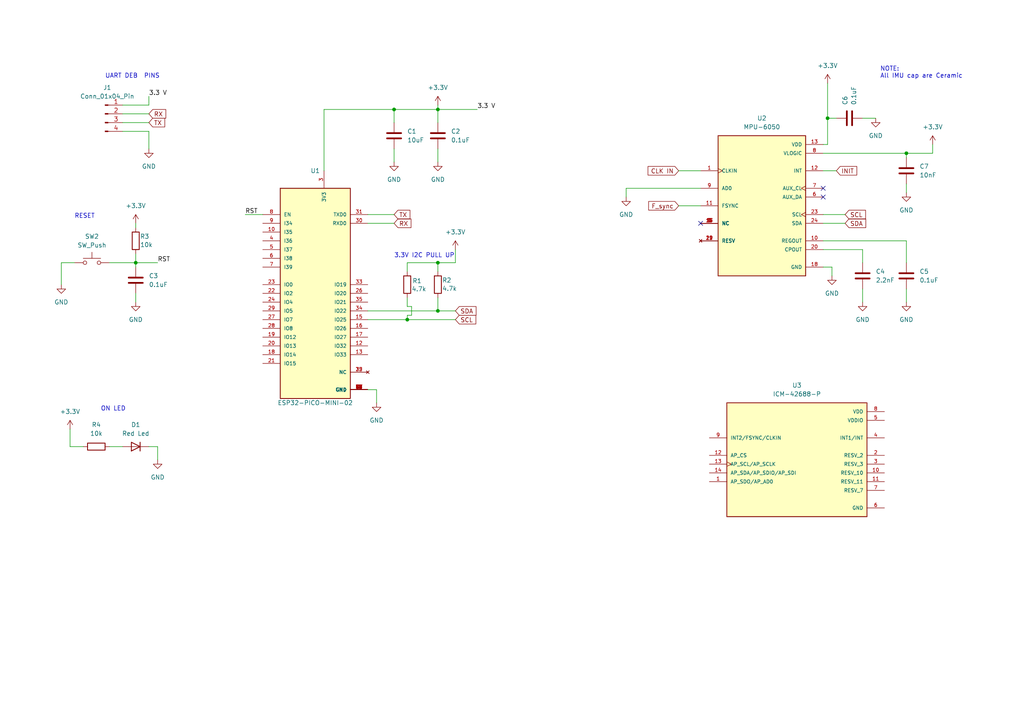
<source format=kicad_sch>
(kicad_sch (version 20230121) (generator eeschema)

  (uuid 0980ecf3-eb59-4783-b9d0-9171c5a2fd30)

  (paper "A4")

  (lib_symbols
    (symbol "Connector:Conn_01x04_Pin" (pin_names (offset 1.016) hide) (in_bom yes) (on_board yes)
      (property "Reference" "J" (at 0 5.08 0)
        (effects (font (size 1.27 1.27)))
      )
      (property "Value" "Conn_01x04_Pin" (at 0 -7.62 0)
        (effects (font (size 1.27 1.27)))
      )
      (property "Footprint" "" (at 0 0 0)
        (effects (font (size 1.27 1.27)) hide)
      )
      (property "Datasheet" "~" (at 0 0 0)
        (effects (font (size 1.27 1.27)) hide)
      )
      (property "ki_locked" "" (at 0 0 0)
        (effects (font (size 1.27 1.27)))
      )
      (property "ki_keywords" "connector" (at 0 0 0)
        (effects (font (size 1.27 1.27)) hide)
      )
      (property "ki_description" "Generic connector, single row, 01x04, script generated" (at 0 0 0)
        (effects (font (size 1.27 1.27)) hide)
      )
      (property "ki_fp_filters" "Connector*:*_1x??_*" (at 0 0 0)
        (effects (font (size 1.27 1.27)) hide)
      )
      (symbol "Conn_01x04_Pin_1_1"
        (polyline
          (pts
            (xy 1.27 -5.08)
            (xy 0.8636 -5.08)
          )
          (stroke (width 0.1524) (type default))
          (fill (type none))
        )
        (polyline
          (pts
            (xy 1.27 -2.54)
            (xy 0.8636 -2.54)
          )
          (stroke (width 0.1524) (type default))
          (fill (type none))
        )
        (polyline
          (pts
            (xy 1.27 0)
            (xy 0.8636 0)
          )
          (stroke (width 0.1524) (type default))
          (fill (type none))
        )
        (polyline
          (pts
            (xy 1.27 2.54)
            (xy 0.8636 2.54)
          )
          (stroke (width 0.1524) (type default))
          (fill (type none))
        )
        (rectangle (start 0.8636 -4.953) (end 0 -5.207)
          (stroke (width 0.1524) (type default))
          (fill (type outline))
        )
        (rectangle (start 0.8636 -2.413) (end 0 -2.667)
          (stroke (width 0.1524) (type default))
          (fill (type outline))
        )
        (rectangle (start 0.8636 0.127) (end 0 -0.127)
          (stroke (width 0.1524) (type default))
          (fill (type outline))
        )
        (rectangle (start 0.8636 2.667) (end 0 2.413)
          (stroke (width 0.1524) (type default))
          (fill (type outline))
        )
        (pin passive line (at 5.08 2.54 180) (length 3.81)
          (name "Pin_1" (effects (font (size 1.27 1.27))))
          (number "1" (effects (font (size 1.27 1.27))))
        )
        (pin passive line (at 5.08 0 180) (length 3.81)
          (name "Pin_2" (effects (font (size 1.27 1.27))))
          (number "2" (effects (font (size 1.27 1.27))))
        )
        (pin passive line (at 5.08 -2.54 180) (length 3.81)
          (name "Pin_3" (effects (font (size 1.27 1.27))))
          (number "3" (effects (font (size 1.27 1.27))))
        )
        (pin passive line (at 5.08 -5.08 180) (length 3.81)
          (name "Pin_4" (effects (font (size 1.27 1.27))))
          (number "4" (effects (font (size 1.27 1.27))))
        )
      )
    )
    (symbol "Device:C" (pin_numbers hide) (pin_names (offset 0.254)) (in_bom yes) (on_board yes)
      (property "Reference" "C" (at 0.635 2.54 0)
        (effects (font (size 1.27 1.27)) (justify left))
      )
      (property "Value" "C" (at 0.635 -2.54 0)
        (effects (font (size 1.27 1.27)) (justify left))
      )
      (property "Footprint" "" (at 0.9652 -3.81 0)
        (effects (font (size 1.27 1.27)) hide)
      )
      (property "Datasheet" "~" (at 0 0 0)
        (effects (font (size 1.27 1.27)) hide)
      )
      (property "ki_keywords" "cap capacitor" (at 0 0 0)
        (effects (font (size 1.27 1.27)) hide)
      )
      (property "ki_description" "Unpolarized capacitor" (at 0 0 0)
        (effects (font (size 1.27 1.27)) hide)
      )
      (property "ki_fp_filters" "C_*" (at 0 0 0)
        (effects (font (size 1.27 1.27)) hide)
      )
      (symbol "C_0_1"
        (polyline
          (pts
            (xy -2.032 -0.762)
            (xy 2.032 -0.762)
          )
          (stroke (width 0.508) (type default))
          (fill (type none))
        )
        (polyline
          (pts
            (xy -2.032 0.762)
            (xy 2.032 0.762)
          )
          (stroke (width 0.508) (type default))
          (fill (type none))
        )
      )
      (symbol "C_1_1"
        (pin passive line (at 0 3.81 270) (length 2.794)
          (name "~" (effects (font (size 1.27 1.27))))
          (number "1" (effects (font (size 1.27 1.27))))
        )
        (pin passive line (at 0 -3.81 90) (length 2.794)
          (name "~" (effects (font (size 1.27 1.27))))
          (number "2" (effects (font (size 1.27 1.27))))
        )
      )
    )
    (symbol "Device:D" (pin_numbers hide) (pin_names (offset 1.016) hide) (in_bom yes) (on_board yes)
      (property "Reference" "D" (at 0 2.54 0)
        (effects (font (size 1.27 1.27)))
      )
      (property "Value" "D" (at 0 -2.54 0)
        (effects (font (size 1.27 1.27)))
      )
      (property "Footprint" "" (at 0 0 0)
        (effects (font (size 1.27 1.27)) hide)
      )
      (property "Datasheet" "~" (at 0 0 0)
        (effects (font (size 1.27 1.27)) hide)
      )
      (property "Sim.Device" "D" (at 0 0 0)
        (effects (font (size 1.27 1.27)) hide)
      )
      (property "Sim.Pins" "1=K 2=A" (at 0 0 0)
        (effects (font (size 1.27 1.27)) hide)
      )
      (property "ki_keywords" "diode" (at 0 0 0)
        (effects (font (size 1.27 1.27)) hide)
      )
      (property "ki_description" "Diode" (at 0 0 0)
        (effects (font (size 1.27 1.27)) hide)
      )
      (property "ki_fp_filters" "TO-???* *_Diode_* *SingleDiode* D_*" (at 0 0 0)
        (effects (font (size 1.27 1.27)) hide)
      )
      (symbol "D_0_1"
        (polyline
          (pts
            (xy -1.27 1.27)
            (xy -1.27 -1.27)
          )
          (stroke (width 0.254) (type default))
          (fill (type none))
        )
        (polyline
          (pts
            (xy 1.27 0)
            (xy -1.27 0)
          )
          (stroke (width 0) (type default))
          (fill (type none))
        )
        (polyline
          (pts
            (xy 1.27 1.27)
            (xy 1.27 -1.27)
            (xy -1.27 0)
            (xy 1.27 1.27)
          )
          (stroke (width 0.254) (type default))
          (fill (type none))
        )
      )
      (symbol "D_1_1"
        (pin passive line (at -3.81 0 0) (length 2.54)
          (name "K" (effects (font (size 1.27 1.27))))
          (number "1" (effects (font (size 1.27 1.27))))
        )
        (pin passive line (at 3.81 0 180) (length 2.54)
          (name "A" (effects (font (size 1.27 1.27))))
          (number "2" (effects (font (size 1.27 1.27))))
        )
      )
    )
    (symbol "Device:R" (pin_numbers hide) (pin_names (offset 0)) (in_bom yes) (on_board yes)
      (property "Reference" "R" (at 2.032 0 90)
        (effects (font (size 1.27 1.27)))
      )
      (property "Value" "R" (at 0 0 90)
        (effects (font (size 1.27 1.27)))
      )
      (property "Footprint" "" (at -1.778 0 90)
        (effects (font (size 1.27 1.27)) hide)
      )
      (property "Datasheet" "~" (at 0 0 0)
        (effects (font (size 1.27 1.27)) hide)
      )
      (property "ki_keywords" "R res resistor" (at 0 0 0)
        (effects (font (size 1.27 1.27)) hide)
      )
      (property "ki_description" "Resistor" (at 0 0 0)
        (effects (font (size 1.27 1.27)) hide)
      )
      (property "ki_fp_filters" "R_*" (at 0 0 0)
        (effects (font (size 1.27 1.27)) hide)
      )
      (symbol "R_0_1"
        (rectangle (start -1.016 -2.54) (end 1.016 2.54)
          (stroke (width 0.254) (type default))
          (fill (type none))
        )
      )
      (symbol "R_1_1"
        (pin passive line (at 0 3.81 270) (length 1.27)
          (name "~" (effects (font (size 1.27 1.27))))
          (number "1" (effects (font (size 1.27 1.27))))
        )
        (pin passive line (at 0 -3.81 90) (length 1.27)
          (name "~" (effects (font (size 1.27 1.27))))
          (number "2" (effects (font (size 1.27 1.27))))
        )
      )
    )
    (symbol "Switch:SW_Push" (pin_numbers hide) (pin_names (offset 1.016) hide) (in_bom yes) (on_board yes)
      (property "Reference" "SW" (at 1.27 2.54 0)
        (effects (font (size 1.27 1.27)) (justify left))
      )
      (property "Value" "SW_Push" (at 0 -1.524 0)
        (effects (font (size 1.27 1.27)))
      )
      (property "Footprint" "" (at 0 5.08 0)
        (effects (font (size 1.27 1.27)) hide)
      )
      (property "Datasheet" "~" (at 0 5.08 0)
        (effects (font (size 1.27 1.27)) hide)
      )
      (property "ki_keywords" "switch normally-open pushbutton push-button" (at 0 0 0)
        (effects (font (size 1.27 1.27)) hide)
      )
      (property "ki_description" "Push button switch, generic, two pins" (at 0 0 0)
        (effects (font (size 1.27 1.27)) hide)
      )
      (symbol "SW_Push_0_1"
        (circle (center -2.032 0) (radius 0.508)
          (stroke (width 0) (type default))
          (fill (type none))
        )
        (polyline
          (pts
            (xy 0 1.27)
            (xy 0 3.048)
          )
          (stroke (width 0) (type default))
          (fill (type none))
        )
        (polyline
          (pts
            (xy 2.54 1.27)
            (xy -2.54 1.27)
          )
          (stroke (width 0) (type default))
          (fill (type none))
        )
        (circle (center 2.032 0) (radius 0.508)
          (stroke (width 0) (type default))
          (fill (type none))
        )
        (pin passive line (at -5.08 0 0) (length 2.54)
          (name "1" (effects (font (size 1.27 1.27))))
          (number "1" (effects (font (size 1.27 1.27))))
        )
        (pin passive line (at 5.08 0 180) (length 2.54)
          (name "2" (effects (font (size 1.27 1.27))))
          (number "2" (effects (font (size 1.27 1.27))))
        )
      )
    )
    (symbol "esp32 pico:ESP32-PICO-MINI-02" (pin_names (offset 1.016)) (in_bom yes) (on_board yes)
      (property "Reference" "U1" (at 0 35.56 0)
        (effects (font (size 1.27 1.27)))
      )
      (property "Value" "ESP32-PICO-MINI-02" (at 0 -31.75 0)
        (effects (font (size 1.27 1.27)))
      )
      (property "Footprint" "esp 32:MODULE_ESP32-PICO-MINI-02" (at 0 0 0)
        (effects (font (size 1.27 1.27)) (justify bottom) hide)
      )
      (property "Datasheet" "" (at 0 0 0)
        (effects (font (size 1.27 1.27)) hide)
      )
      (property "MAXIMUM_PACKAGE_HEIGHT" "2.55mm" (at 0 0 0)
        (effects (font (size 1.27 1.27)) (justify bottom) hide)
      )
      (property "MF" "Espressif Systems" (at 0 0 0)
        (effects (font (size 1.27 1.27)) (justify bottom) hide)
      )
      (property "Package" "None" (at 0 0 0)
        (effects (font (size 1.27 1.27)) (justify bottom) hide)
      )
      (property "Price" "None" (at 0 0 0)
        (effects (font (size 1.27 1.27)) (justify bottom) hide)
      )
      (property "Check_prices" "https://www.snapeda.com/parts/ESP32-PICO-MINI-02/Espressif+Systems/view-part/?ref=eda" (at 0 0 0)
        (effects (font (size 1.27 1.27)) (justify bottom) hide)
      )
      (property "STANDARD" "Manufacturer Recommendations" (at 0 0 0)
        (effects (font (size 1.27 1.27)) (justify bottom) hide)
      )
      (property "PARTREV" "v1.0" (at 0 0 0)
        (effects (font (size 1.27 1.27)) (justify bottom) hide)
      )
      (property "SnapEDA_Link" "https://www.snapeda.com/parts/ESP32-PICO-MINI-02/Espressif+Systems/view-part/?ref=snap" (at 0 0 0)
        (effects (font (size 1.27 1.27)) (justify bottom) hide)
      )
      (property "MP" "ESP32-PICO-MINI-02" (at 0 0 0)
        (effects (font (size 1.27 1.27)) (justify bottom) hide)
      )
      (property "Description" "\nBluetooth, WiFi 802.11b/g/n, Bluetooth v4.2 +EDR, Class 1, 2 and 3 Transceiver Module 2.412GHz ~ 2.484GHz PCB Trace Chassis Mount\n" (at 0 0 0)
        (effects (font (size 1.27 1.27)) (justify bottom) hide)
      )
      (property "Availability" "In Stock" (at 0 0 0)
        (effects (font (size 1.27 1.27)) (justify bottom) hide)
      )
      (property "MANUFACTURER" "Espressif" (at 0 0 0)
        (effects (font (size 1.27 1.27)) (justify bottom) hide)
      )
      (symbol "ESP32-PICO-MINI-02_0_0"
        (rectangle (start -10.16 -30.48) (end 10.16 30.48)
          (stroke (width 0.254) (type default))
          (fill (type background))
        )
        (pin input line (at -15.24 17.78 0) (length 5.08)
          (name "I35" (effects (font (size 1.016 1.016))))
          (number "10" (effects (font (size 1.016 1.016))))
        )
        (pin power_in line (at 15.24 -27.94 180) (length 5.08)
          (name "GND" (effects (font (size 1.016 1.016))))
          (number "11" (effects (font (size 1.016 1.016))))
        )
        (pin bidirectional line (at 15.24 -15.24 180) (length 5.08)
          (name "IO32" (effects (font (size 1.016 1.016))))
          (number "12" (effects (font (size 1.016 1.016))))
        )
        (pin bidirectional line (at 15.24 -17.78 180) (length 5.08)
          (name "IO33" (effects (font (size 1.016 1.016))))
          (number "13" (effects (font (size 1.016 1.016))))
        )
        (pin power_in line (at 15.24 -27.94 180) (length 5.08)
          (name "GND" (effects (font (size 1.016 1.016))))
          (number "14" (effects (font (size 1.016 1.016))))
        )
        (pin bidirectional line (at 15.24 -7.62 180) (length 5.08)
          (name "IO25" (effects (font (size 1.016 1.016))))
          (number "15" (effects (font (size 1.016 1.016))))
        )
        (pin bidirectional line (at 15.24 -10.16 180) (length 5.08)
          (name "IO26" (effects (font (size 1.016 1.016))))
          (number "16" (effects (font (size 1.016 1.016))))
        )
        (pin bidirectional line (at 15.24 -12.7 180) (length 5.08)
          (name "IO27" (effects (font (size 1.016 1.016))))
          (number "17" (effects (font (size 1.016 1.016))))
        )
        (pin bidirectional line (at -15.24 -17.78 0) (length 5.08)
          (name "IO14" (effects (font (size 1.016 1.016))))
          (number "18" (effects (font (size 1.016 1.016))))
        )
        (pin bidirectional line (at -15.24 -12.7 0) (length 5.08)
          (name "IO12" (effects (font (size 1.016 1.016))))
          (number "19" (effects (font (size 1.016 1.016))))
        )
        (pin power_in line (at 15.24 -27.94 180) (length 5.08)
          (name "GND" (effects (font (size 1.016 1.016))))
          (number "2" (effects (font (size 1.016 1.016))))
        )
        (pin bidirectional line (at -15.24 -15.24 0) (length 5.08)
          (name "IO13" (effects (font (size 1.016 1.016))))
          (number "20" (effects (font (size 1.016 1.016))))
        )
        (pin bidirectional line (at -15.24 -20.32 0) (length 5.08)
          (name "IO15" (effects (font (size 1.016 1.016))))
          (number "21" (effects (font (size 1.016 1.016))))
        )
        (pin bidirectional line (at -15.24 0 0) (length 5.08)
          (name "IO2" (effects (font (size 1.016 1.016))))
          (number "22" (effects (font (size 1.016 1.016))))
        )
        (pin bidirectional line (at -15.24 2.54 0) (length 5.08)
          (name "IO0" (effects (font (size 1.016 1.016))))
          (number "23" (effects (font (size 1.016 1.016))))
        )
        (pin bidirectional line (at -15.24 -2.54 0) (length 5.08)
          (name "IO4" (effects (font (size 1.016 1.016))))
          (number "24" (effects (font (size 1.016 1.016))))
        )
        (pin no_connect line (at 15.24 -22.86 180) (length 5.08)
          (name "NC" (effects (font (size 1.016 1.016))))
          (number "25" (effects (font (size 1.016 1.016))))
        )
        (pin bidirectional line (at 15.24 0 180) (length 5.08)
          (name "IO20" (effects (font (size 1.016 1.016))))
          (number "26" (effects (font (size 1.016 1.016))))
        )
        (pin bidirectional line (at -15.24 -7.62 0) (length 5.08)
          (name "IO7" (effects (font (size 1.016 1.016))))
          (number "27" (effects (font (size 1.016 1.016))))
        )
        (pin bidirectional line (at -15.24 -10.16 0) (length 5.08)
          (name "IO8" (effects (font (size 1.016 1.016))))
          (number "28" (effects (font (size 1.016 1.016))))
        )
        (pin bidirectional line (at -15.24 -5.08 0) (length 5.08)
          (name "IO5" (effects (font (size 1.016 1.016))))
          (number "29" (effects (font (size 1.016 1.016))))
        )
        (pin power_in line (at 2.54 35.56 270) (length 5.08)
          (name "3V3" (effects (font (size 1.016 1.016))))
          (number "3" (effects (font (size 1.016 1.016))))
        )
        (pin bidirectional line (at 15.24 20.32 180) (length 5.08)
          (name "RXD0" (effects (font (size 1.016 1.016))))
          (number "30" (effects (font (size 1.016 1.016))))
        )
        (pin bidirectional line (at 15.24 22.86 180) (length 5.08)
          (name "TXD0" (effects (font (size 1.016 1.016))))
          (number "31" (effects (font (size 1.016 1.016))))
        )
        (pin no_connect line (at 15.24 -22.86 180) (length 5.08)
          (name "NC" (effects (font (size 1.016 1.016))))
          (number "32" (effects (font (size 1.016 1.016))))
        )
        (pin bidirectional line (at 15.24 2.54 180) (length 5.08)
          (name "IO19" (effects (font (size 1.016 1.016))))
          (number "33" (effects (font (size 1.016 1.016))))
        )
        (pin bidirectional line (at 15.24 -5.08 180) (length 5.08)
          (name "IO22" (effects (font (size 1.016 1.016))))
          (number "34" (effects (font (size 1.016 1.016))))
        )
        (pin bidirectional line (at 15.24 -2.54 180) (length 5.08)
          (name "IO21" (effects (font (size 1.016 1.016))))
          (number "35" (effects (font (size 1.016 1.016))))
        )
        (pin power_in line (at 15.24 -27.94 180) (length 5.08)
          (name "GND" (effects (font (size 1.016 1.016))))
          (number "36" (effects (font (size 1.016 1.016))))
        )
        (pin power_in line (at 15.24 -27.94 180) (length 5.08)
          (name "GND" (effects (font (size 1.016 1.016))))
          (number "37" (effects (font (size 1.016 1.016))))
        )
        (pin power_in line (at 15.24 -27.94 180) (length 5.08)
          (name "GND" (effects (font (size 1.016 1.016))))
          (number "38" (effects (font (size 1.016 1.016))))
        )
        (pin power_in line (at 15.24 -27.94 180) (length 5.08)
          (name "GND" (effects (font (size 1.016 1.016))))
          (number "39" (effects (font (size 1.016 1.016))))
        )
        (pin input line (at -15.24 15.24 0) (length 5.08)
          (name "I36" (effects (font (size 1.016 1.016))))
          (number "4" (effects (font (size 1.016 1.016))))
        )
        (pin power_in line (at 15.24 -27.94 180) (length 5.08)
          (name "GND" (effects (font (size 1.016 1.016))))
          (number "40" (effects (font (size 1.016 1.016))))
        )
        (pin power_in line (at 15.24 -27.94 180) (length 5.08)
          (name "GND" (effects (font (size 1.016 1.016))))
          (number "41" (effects (font (size 1.016 1.016))))
        )
        (pin power_in line (at 15.24 -27.94 180) (length 5.08)
          (name "GND" (effects (font (size 1.016 1.016))))
          (number "42" (effects (font (size 1.016 1.016))))
        )
        (pin power_in line (at 15.24 -27.94 180) (length 5.08)
          (name "GND" (effects (font (size 1.016 1.016))))
          (number "43" (effects (font (size 1.016 1.016))))
        )
        (pin power_in line (at 15.24 -27.94 180) (length 5.08)
          (name "GND" (effects (font (size 1.016 1.016))))
          (number "44" (effects (font (size 1.016 1.016))))
        )
        (pin power_in line (at 15.24 -27.94 180) (length 5.08)
          (name "GND" (effects (font (size 1.016 1.016))))
          (number "45" (effects (font (size 1.016 1.016))))
        )
        (pin power_in line (at 15.24 -27.94 180) (length 5.08)
          (name "GND" (effects (font (size 1.016 1.016))))
          (number "46" (effects (font (size 1.016 1.016))))
        )
        (pin power_in line (at 15.24 -27.94 180) (length 5.08)
          (name "GND" (effects (font (size 1.016 1.016))))
          (number "47" (effects (font (size 1.016 1.016))))
        )
        (pin power_in line (at 15.24 -27.94 180) (length 5.08)
          (name "GND" (effects (font (size 1.016 1.016))))
          (number "48" (effects (font (size 1.016 1.016))))
        )
        (pin power_in line (at 15.24 -27.94 180) (length 5.08)
          (name "GND" (effects (font (size 1.016 1.016))))
          (number "49" (effects (font (size 1.016 1.016))))
        )
        (pin input line (at -15.24 12.7 0) (length 5.08)
          (name "I37" (effects (font (size 1.016 1.016))))
          (number "5" (effects (font (size 1.016 1.016))))
        )
        (pin power_in line (at 15.24 -27.94 180) (length 5.08)
          (name "GND" (effects (font (size 1.016 1.016))))
          (number "50" (effects (font (size 1.016 1.016))))
        )
        (pin power_in line (at 15.24 -27.94 180) (length 5.08)
          (name "GND" (effects (font (size 1.016 1.016))))
          (number "51" (effects (font (size 1.016 1.016))))
        )
        (pin power_in line (at 15.24 -27.94 180) (length 5.08)
          (name "GND" (effects (font (size 1.016 1.016))))
          (number "52" (effects (font (size 1.016 1.016))))
        )
        (pin power_in line (at 15.24 -27.94 180) (length 5.08)
          (name "GND" (effects (font (size 1.016 1.016))))
          (number "53" (effects (font (size 1.016 1.016))))
        )
        (pin power_in line (at 15.24 -27.94 180) (length 5.08)
          (name "GND" (effects (font (size 1.016 1.016))))
          (number "54" (effects (font (size 1.016 1.016))))
        )
        (pin power_in line (at 15.24 -27.94 180) (length 5.08)
          (name "GND" (effects (font (size 1.016 1.016))))
          (number "55" (effects (font (size 1.016 1.016))))
        )
        (pin power_in line (at 15.24 -27.94 180) (length 5.08)
          (name "GND" (effects (font (size 1.016 1.016))))
          (number "56" (effects (font (size 1.016 1.016))))
        )
        (pin power_in line (at 15.24 -27.94 180) (length 5.08)
          (name "GND" (effects (font (size 1.016 1.016))))
          (number "57" (effects (font (size 1.016 1.016))))
        )
        (pin power_in line (at 15.24 -27.94 180) (length 5.08)
          (name "GND" (effects (font (size 1.016 1.016))))
          (number "58" (effects (font (size 1.016 1.016))))
        )
        (pin power_in line (at 15.24 -27.94 180) (length 5.08)
          (name "GND" (effects (font (size 1.016 1.016))))
          (number "59" (effects (font (size 1.016 1.016))))
        )
        (pin input line (at -15.24 10.16 0) (length 5.08)
          (name "I38" (effects (font (size 1.016 1.016))))
          (number "6" (effects (font (size 1.016 1.016))))
        )
        (pin power_in line (at 15.24 -27.94 180) (length 5.08)
          (name "GND" (effects (font (size 1.016 1.016))))
          (number "60" (effects (font (size 1.016 1.016))))
        )
        (pin power_in line (at 15.24 -27.94 180) (length 5.08)
          (name "GND" (effects (font (size 1.016 1.016))))
          (number "61" (effects (font (size 1.016 1.016))))
        )
        (pin input line (at -15.24 7.62 0) (length 5.08)
          (name "I39" (effects (font (size 1.016 1.016))))
          (number "7" (effects (font (size 1.016 1.016))))
        )
        (pin input line (at -15.24 22.86 0) (length 5.08)
          (name "EN" (effects (font (size 1.016 1.016))))
          (number "8" (effects (font (size 1.016 1.016))))
        )
        (pin input line (at -15.24 20.32 0) (length 5.08)
          (name "I34" (effects (font (size 1.016 1.016))))
          (number "9" (effects (font (size 1.016 1.016))))
        )
      )
      (symbol "ESP32-PICO-MINI-02_1_0"
        (pin power_in line (at 15.24 -27.94 180) (length 5.08)
          (name "GND" (effects (font (size 1.016 1.016))))
          (number "1" (effects (font (size 1.016 1.016))))
        )
      )
    )
    (symbol "gyro:ICM-42688-P" (pin_names (offset 1.016)) (in_bom yes) (on_board yes)
      (property "Reference" "U" (at -20.32 16.002 0)
        (effects (font (size 1.27 1.27)) (justify left bottom))
      )
      (property "Value" "ICM-42688-P" (at -20.32 -20.32 0)
        (effects (font (size 1.27 1.27)) (justify left bottom))
      )
      (property "Footprint" "ICM-42688-P:PQFN50P300X250X97-14N" (at 0 0 0)
        (effects (font (size 1.27 1.27)) (justify bottom) hide)
      )
      (property "Datasheet" "" (at 0 0 0)
        (effects (font (size 1.27 1.27)) hide)
      )
      (property "MF" "TDK InvenSense" (at 0 0 0)
        (effects (font (size 1.27 1.27)) (justify bottom) hide)
      )
      (property "MAXIMUM_PACKAGE_HEIGHT" "0.97mm" (at 0 0 0)
        (effects (font (size 1.27 1.27)) (justify bottom) hide)
      )
      (property "Package" "LGA-14 TDK InvenSense" (at 0 0 0)
        (effects (font (size 1.27 1.27)) (justify bottom) hide)
      )
      (property "Price" "None" (at 0 0 0)
        (effects (font (size 1.27 1.27)) (justify bottom) hide)
      )
      (property "Check_prices" "https://www.snapeda.com/parts/ICM-42688-P/TDK+InvenSense/view-part/?ref=eda" (at 0 0 0)
        (effects (font (size 1.27 1.27)) (justify bottom) hide)
      )
      (property "STANDARD" "IPC-7351B" (at 0 0 0)
        (effects (font (size 1.27 1.27)) (justify bottom) hide)
      )
      (property "PARTREV" "1.2" (at 0 0 0)
        (effects (font (size 1.27 1.27)) (justify bottom) hide)
      )
      (property "SnapEDA_Link" "https://www.snapeda.com/parts/ICM-42688-P/TDK+InvenSense/view-part/?ref=snap" (at 0 0 0)
        (effects (font (size 1.27 1.27)) (justify bottom) hide)
      )
      (property "MP" "ICM-42688-P" (at 0 0 0)
        (effects (font (size 1.27 1.27)) (justify bottom) hide)
      )
      (property "Description" "\nAccelerometer, Gyroscope, 6 Axis Sensor - Output\n" (at 0 0 0)
        (effects (font (size 1.27 1.27)) (justify bottom) hide)
      )
      (property "Availability" "In Stock" (at 0 0 0)
        (effects (font (size 1.27 1.27)) (justify bottom) hide)
      )
      (property "MANUFACTURER" "TDK InvenSense" (at 0 0 0)
        (effects (font (size 1.27 1.27)) (justify bottom) hide)
      )
      (symbol "ICM-42688-P_0_0"
        (rectangle (start -20.32 -17.78) (end 20.32 15.24)
          (stroke (width 0.254) (type default))
          (fill (type background))
        )
        (pin bidirectional line (at -25.4 -7.62 0) (length 5.08)
          (name "AP_SDO/AP_AD0" (effects (font (size 1.016 1.016))))
          (number "1" (effects (font (size 1.016 1.016))))
        )
        (pin passive line (at 25.4 -5.08 180) (length 5.08)
          (name "RESV_10" (effects (font (size 1.016 1.016))))
          (number "10" (effects (font (size 1.016 1.016))))
        )
        (pin passive line (at 25.4 -7.62 180) (length 5.08)
          (name "RESV_11" (effects (font (size 1.016 1.016))))
          (number "11" (effects (font (size 1.016 1.016))))
        )
        (pin input line (at -25.4 0 0) (length 5.08)
          (name "AP_CS" (effects (font (size 1.016 1.016))))
          (number "12" (effects (font (size 1.016 1.016))))
        )
        (pin input clock (at -25.4 -2.54 0) (length 5.08)
          (name "AP_SCL/AP_SCLK" (effects (font (size 1.016 1.016))))
          (number "13" (effects (font (size 1.016 1.016))))
        )
        (pin bidirectional line (at -25.4 -5.08 0) (length 5.08)
          (name "AP_SDA/AP_SDIO/AP_SDI" (effects (font (size 1.016 1.016))))
          (number "14" (effects (font (size 1.016 1.016))))
        )
        (pin passive line (at 25.4 0 180) (length 5.08)
          (name "RESV_2" (effects (font (size 1.016 1.016))))
          (number "2" (effects (font (size 1.016 1.016))))
        )
        (pin passive line (at 25.4 -2.54 180) (length 5.08)
          (name "RESV_3" (effects (font (size 1.016 1.016))))
          (number "3" (effects (font (size 1.016 1.016))))
        )
        (pin output line (at 25.4 5.08 180) (length 5.08)
          (name "INT1/INT" (effects (font (size 1.016 1.016))))
          (number "4" (effects (font (size 1.016 1.016))))
        )
        (pin power_in line (at 25.4 10.16 180) (length 5.08)
          (name "VDDIO" (effects (font (size 1.016 1.016))))
          (number "5" (effects (font (size 1.016 1.016))))
        )
        (pin power_in line (at 25.4 -15.24 180) (length 5.08)
          (name "GND" (effects (font (size 1.016 1.016))))
          (number "6" (effects (font (size 1.016 1.016))))
        )
        (pin passive line (at 25.4 -10.16 180) (length 5.08)
          (name "RESV_7" (effects (font (size 1.016 1.016))))
          (number "7" (effects (font (size 1.016 1.016))))
        )
        (pin power_in line (at 25.4 12.7 180) (length 5.08)
          (name "VDD" (effects (font (size 1.016 1.016))))
          (number "8" (effects (font (size 1.016 1.016))))
        )
        (pin bidirectional line (at -25.4 5.08 0) (length 5.08)
          (name "INT2/FSYNC/CLKIN" (effects (font (size 1.016 1.016))))
          (number "9" (effects (font (size 1.016 1.016))))
        )
      )
    )
    (symbol "mpu6050:MPU-6050" (pin_names (offset 1.016)) (in_bom yes) (on_board yes)
      (property "Reference" "U" (at -12.7 21.082 0)
        (effects (font (size 1.27 1.27)) (justify left bottom))
      )
      (property "Value" "MPU-6050" (at -12.7 -22.86 0)
        (effects (font (size 1.27 1.27)) (justify left bottom))
      )
      (property "Footprint" "MPU-6050:QFN50P400X400X95-24N" (at 0 0 0)
        (effects (font (size 1.27 1.27)) (justify bottom) hide)
      )
      (property "Datasheet" "" (at 0 0 0)
        (effects (font (size 1.27 1.27)) hide)
      )
      (property "MF" "TDK InvenSense" (at 0 0 0)
        (effects (font (size 1.27 1.27)) (justify bottom) hide)
      )
      (property "MAXIMUM_PACKAGE_HEIGHT" "0.95mm" (at 0 0 0)
        (effects (font (size 1.27 1.27)) (justify bottom) hide)
      )
      (property "Package" "QFN-24 InvenSense" (at 0 0 0)
        (effects (font (size 1.27 1.27)) (justify bottom) hide)
      )
      (property "Price" "None" (at 0 0 0)
        (effects (font (size 1.27 1.27)) (justify bottom) hide)
      )
      (property "Check_prices" "https://www.snapeda.com/parts/MPU-6050/TDK+InvenSense/view-part/?ref=eda" (at 0 0 0)
        (effects (font (size 1.27 1.27)) (justify bottom) hide)
      )
      (property "STANDARD" "IPC-7351B" (at 0 0 0)
        (effects (font (size 1.27 1.27)) (justify bottom) hide)
      )
      (property "PARTREV" "3.4" (at 0 0 0)
        (effects (font (size 1.27 1.27)) (justify bottom) hide)
      )
      (property "SnapEDA_Link" "https://www.snapeda.com/parts/MPU-6050/TDK+InvenSense/view-part/?ref=snap" (at 0 0 0)
        (effects (font (size 1.27 1.27)) (justify bottom) hide)
      )
      (property "MP" "MPU-6050" (at 0 0 0)
        (effects (font (size 1.27 1.27)) (justify bottom) hide)
      )
      (property "Description" "\nMPU-6050 series Accelerometer, Gyroscope, 3 Axis Sensor Evaluation Board\n" (at 0 0 0)
        (effects (font (size 1.27 1.27)) (justify bottom) hide)
      )
      (property "Availability" "In Stock" (at 0 0 0)
        (effects (font (size 1.27 1.27)) (justify bottom) hide)
      )
      (property "MANUFACTURER" "InvenSense" (at 0 0 0)
        (effects (font (size 1.27 1.27)) (justify bottom) hide)
      )
      (symbol "MPU-6050_0_0"
        (rectangle (start -12.7 -20.32) (end 12.7 20.32)
          (stroke (width 0.254) (type default))
          (fill (type background))
        )
        (pin input clock (at -17.78 10.16 0) (length 5.08)
          (name "CLKIN" (effects (font (size 1.016 1.016))))
          (number "1" (effects (font (size 1.016 1.016))))
        )
        (pin passive line (at 17.78 -10.16 180) (length 5.08)
          (name "REGOUT" (effects (font (size 1.016 1.016))))
          (number "10" (effects (font (size 1.016 1.016))))
        )
        (pin input line (at -17.78 0 0) (length 5.08)
          (name "FSYNC" (effects (font (size 1.016 1.016))))
          (number "11" (effects (font (size 1.016 1.016))))
        )
        (pin output line (at 17.78 10.16 180) (length 5.08)
          (name "INT" (effects (font (size 1.016 1.016))))
          (number "12" (effects (font (size 1.016 1.016))))
        )
        (pin power_in line (at 17.78 17.78 180) (length 5.08)
          (name "VDD" (effects (font (size 1.016 1.016))))
          (number "13" (effects (font (size 1.016 1.016))))
        )
        (pin passive line (at -17.78 -5.08 0) (length 5.08)
          (name "NC" (effects (font (size 1.016 1.016))))
          (number "14" (effects (font (size 1.016 1.016))))
        )
        (pin passive line (at -17.78 -5.08 0) (length 5.08)
          (name "NC" (effects (font (size 1.016 1.016))))
          (number "15" (effects (font (size 1.016 1.016))))
        )
        (pin passive line (at -17.78 -5.08 0) (length 5.08)
          (name "NC" (effects (font (size 1.016 1.016))))
          (number "16" (effects (font (size 1.016 1.016))))
        )
        (pin passive line (at -17.78 -5.08 0) (length 5.08)
          (name "NC" (effects (font (size 1.016 1.016))))
          (number "17" (effects (font (size 1.016 1.016))))
        )
        (pin power_in line (at 17.78 -17.78 180) (length 5.08)
          (name "GND" (effects (font (size 1.016 1.016))))
          (number "18" (effects (font (size 1.016 1.016))))
        )
        (pin no_connect line (at -17.78 -10.16 0) (length 5.08)
          (name "RESV" (effects (font (size 1.016 1.016))))
          (number "19" (effects (font (size 1.016 1.016))))
        )
        (pin passive line (at -17.78 -5.08 0) (length 5.08)
          (name "NC" (effects (font (size 1.016 1.016))))
          (number "2" (effects (font (size 1.016 1.016))))
        )
        (pin passive line (at 17.78 -12.7 180) (length 5.08)
          (name "CPOUT" (effects (font (size 1.016 1.016))))
          (number "20" (effects (font (size 1.016 1.016))))
        )
        (pin no_connect line (at -17.78 -10.16 0) (length 5.08)
          (name "RESV" (effects (font (size 1.016 1.016))))
          (number "21" (effects (font (size 1.016 1.016))))
        )
        (pin no_connect line (at -17.78 -10.16 0) (length 5.08)
          (name "RESV" (effects (font (size 1.016 1.016))))
          (number "22" (effects (font (size 1.016 1.016))))
        )
        (pin input clock (at 17.78 -2.54 180) (length 5.08)
          (name "SCL" (effects (font (size 1.016 1.016))))
          (number "23" (effects (font (size 1.016 1.016))))
        )
        (pin bidirectional line (at 17.78 -5.08 180) (length 5.08)
          (name "SDA" (effects (font (size 1.016 1.016))))
          (number "24" (effects (font (size 1.016 1.016))))
        )
        (pin passive line (at -17.78 -5.08 0) (length 5.08)
          (name "NC" (effects (font (size 1.016 1.016))))
          (number "3" (effects (font (size 1.016 1.016))))
        )
        (pin passive line (at -17.78 -5.08 0) (length 5.08)
          (name "NC" (effects (font (size 1.016 1.016))))
          (number "4" (effects (font (size 1.016 1.016))))
        )
        (pin passive line (at -17.78 -5.08 0) (length 5.08)
          (name "NC" (effects (font (size 1.016 1.016))))
          (number "5" (effects (font (size 1.016 1.016))))
        )
        (pin bidirectional line (at 17.78 2.54 180) (length 5.08)
          (name "AUX_DA" (effects (font (size 1.016 1.016))))
          (number "6" (effects (font (size 1.016 1.016))))
        )
        (pin output clock (at 17.78 5.08 180) (length 5.08)
          (name "AUX_CL" (effects (font (size 1.016 1.016))))
          (number "7" (effects (font (size 1.016 1.016))))
        )
        (pin power_in line (at 17.78 15.24 180) (length 5.08)
          (name "VLOGIC" (effects (font (size 1.016 1.016))))
          (number "8" (effects (font (size 1.016 1.016))))
        )
        (pin input line (at -17.78 5.08 0) (length 5.08)
          (name "AD0" (effects (font (size 1.016 1.016))))
          (number "9" (effects (font (size 1.016 1.016))))
        )
      )
    )
    (symbol "power:+3.3V" (power) (pin_names (offset 0)) (in_bom yes) (on_board yes)
      (property "Reference" "#PWR" (at 0 -3.81 0)
        (effects (font (size 1.27 1.27)) hide)
      )
      (property "Value" "+3.3V" (at 0 3.556 0)
        (effects (font (size 1.27 1.27)))
      )
      (property "Footprint" "" (at 0 0 0)
        (effects (font (size 1.27 1.27)) hide)
      )
      (property "Datasheet" "" (at 0 0 0)
        (effects (font (size 1.27 1.27)) hide)
      )
      (property "ki_keywords" "global power" (at 0 0 0)
        (effects (font (size 1.27 1.27)) hide)
      )
      (property "ki_description" "Power symbol creates a global label with name \"+3.3V\"" (at 0 0 0)
        (effects (font (size 1.27 1.27)) hide)
      )
      (symbol "+3.3V_0_1"
        (polyline
          (pts
            (xy -0.762 1.27)
            (xy 0 2.54)
          )
          (stroke (width 0) (type default))
          (fill (type none))
        )
        (polyline
          (pts
            (xy 0 0)
            (xy 0 2.54)
          )
          (stroke (width 0) (type default))
          (fill (type none))
        )
        (polyline
          (pts
            (xy 0 2.54)
            (xy 0.762 1.27)
          )
          (stroke (width 0) (type default))
          (fill (type none))
        )
      )
      (symbol "+3.3V_1_1"
        (pin power_in line (at 0 0 90) (length 0) hide
          (name "+3.3V" (effects (font (size 1.27 1.27))))
          (number "1" (effects (font (size 1.27 1.27))))
        )
      )
    )
    (symbol "power:GND" (power) (pin_names (offset 0)) (in_bom yes) (on_board yes)
      (property "Reference" "#PWR" (at 0 -6.35 0)
        (effects (font (size 1.27 1.27)) hide)
      )
      (property "Value" "GND" (at 0 -3.81 0)
        (effects (font (size 1.27 1.27)))
      )
      (property "Footprint" "" (at 0 0 0)
        (effects (font (size 1.27 1.27)) hide)
      )
      (property "Datasheet" "" (at 0 0 0)
        (effects (font (size 1.27 1.27)) hide)
      )
      (property "ki_keywords" "global power" (at 0 0 0)
        (effects (font (size 1.27 1.27)) hide)
      )
      (property "ki_description" "Power symbol creates a global label with name \"GND\" , ground" (at 0 0 0)
        (effects (font (size 1.27 1.27)) hide)
      )
      (symbol "GND_0_1"
        (polyline
          (pts
            (xy 0 0)
            (xy 0 -1.27)
            (xy 1.27 -1.27)
            (xy 0 -2.54)
            (xy -1.27 -1.27)
            (xy 0 -1.27)
          )
          (stroke (width 0) (type default))
          (fill (type none))
        )
      )
      (symbol "GND_1_1"
        (pin power_in line (at 0 0 270) (length 0) hide
          (name "GND" (effects (font (size 1.27 1.27))))
          (number "1" (effects (font (size 1.27 1.27))))
        )
      )
    )
  )

  (junction (at 127 76.2) (diameter 0) (color 0 0 0 0)
    (uuid 51fa9f71-d52e-4a04-94b4-8667ffe719dc)
  )
  (junction (at 240.03 34.29) (diameter 0) (color 0 0 0 0)
    (uuid 66ac81bb-7f56-40c3-8080-f8082135822d)
  )
  (junction (at 127 31.75) (diameter 0) (color 0 0 0 0)
    (uuid 77f4bf2c-0b9d-4e2f-8ece-7d092a8d8129)
  )
  (junction (at 118.1351 92.71) (diameter 0) (color 0 0 0 0)
    (uuid 9b086331-eaa1-4ad2-be41-a9072bf4b6c6)
  )
  (junction (at 114.3 31.75) (diameter 0) (color 0 0 0 0)
    (uuid b47e18df-60b3-4add-a7d3-8507a5f7370a)
  )
  (junction (at 127 90.17) (diameter 0) (color 0 0 0 0)
    (uuid c1a1b0ff-fd7b-4c7e-9639-c8d46f492686)
  )
  (junction (at 262.89 44.45) (diameter 0) (color 0 0 0 0)
    (uuid dad024b0-bf94-4a67-af4c-f385bd9ca562)
  )
  (junction (at 39.37 76.2) (diameter 0) (color 0 0 0 0)
    (uuid fc61b487-fd06-4547-8152-2e30a1bf01dc)
  )

  (no_connect (at 238.76 54.61) (uuid 062899e8-69c1-4f83-85b9-e987b7233f4f))
  (no_connect (at 203.2 64.77) (uuid 26d43586-71ca-4ae0-a17c-4816cc587b7d))
  (no_connect (at 238.76 57.15) (uuid eb9a3f8f-999f-4abe-a848-dafcddcc94a0))

  (wire (pts (xy 31.75 76.2) (xy 39.37 76.2))
    (stroke (width 0) (type default))
    (uuid 00b61af1-0d57-47c9-80b3-b2a87a16231e)
  )
  (wire (pts (xy 106.68 64.77) (xy 114.3 64.77))
    (stroke (width 0) (type default))
    (uuid 00d5fbf7-1904-4a8c-bf7f-b25de562f618)
  )
  (wire (pts (xy 238.76 72.39) (xy 250.19 72.39))
    (stroke (width 0) (type default))
    (uuid 01df4faf-37bd-4a7f-af22-811f6170dfbf)
  )
  (wire (pts (xy 238.76 49.53) (xy 242.57 49.53))
    (stroke (width 0) (type default))
    (uuid 06ae62e8-f64d-4c9d-bcf7-a2a2cdf8fac0)
  )
  (wire (pts (xy 181.61 57.15) (xy 181.61 54.61))
    (stroke (width 0) (type default))
    (uuid 07e27e47-82e8-4a37-89df-aa50b33de5d3)
  )
  (wire (pts (xy 262.89 44.45) (xy 270.51 44.45))
    (stroke (width 0) (type default))
    (uuid 082b04c9-c8ba-4a65-939c-814f4d9bc2ad)
  )
  (wire (pts (xy 119.38 91.44) (xy 118.1351 91.44))
    (stroke (width 0) (type default))
    (uuid 0e907b3d-ecc3-4373-8eb2-09ecf7d3a8b6)
  )
  (wire (pts (xy 39.37 76.2) (xy 45.72 76.2))
    (stroke (width 0) (type default))
    (uuid 0f30e5bd-9cfa-479a-acda-629ca1ece25c)
  )
  (wire (pts (xy 238.76 41.91) (xy 240.03 41.91))
    (stroke (width 0) (type default))
    (uuid 137d44ce-ec44-4966-9d8c-64e305e9d134)
  )
  (wire (pts (xy 127 43.18) (xy 127 46.99))
    (stroke (width 0) (type default))
    (uuid 15094728-c407-4a80-adb4-c77ea8f535f3)
  )
  (wire (pts (xy 45.72 129.54) (xy 45.72 133.35))
    (stroke (width 0) (type default))
    (uuid 17b7cd2b-1e29-427d-9732-4dbb39a71fa4)
  )
  (wire (pts (xy 238.76 44.45) (xy 262.89 44.45))
    (stroke (width 0) (type default))
    (uuid 1a2e2810-9b93-425b-a616-2eacac1ce8d3)
  )
  (wire (pts (xy 262.89 76.2) (xy 262.89 69.85))
    (stroke (width 0) (type default))
    (uuid 1a89fb8d-91ba-4c5c-beae-5c2157f0880a)
  )
  (wire (pts (xy 240.03 34.29) (xy 242.57 34.29))
    (stroke (width 0) (type default))
    (uuid 1ba76ab9-e5ea-4bd5-aab7-50e2e3708a96)
  )
  (wire (pts (xy 127 86.36) (xy 127 90.17))
    (stroke (width 0) (type default))
    (uuid 1dd3a671-db4b-49ac-b4d5-4a7568d48f02)
  )
  (wire (pts (xy 238.76 64.77) (xy 245.11 64.77))
    (stroke (width 0) (type default))
    (uuid 26ebdef9-1c3f-4236-a2db-e2b939a44106)
  )
  (wire (pts (xy 114.3 35.56) (xy 114.3 31.75))
    (stroke (width 0) (type default))
    (uuid 289c677a-5892-4594-8c63-765f415cbd5b)
  )
  (wire (pts (xy 127 30.48) (xy 127 31.75))
    (stroke (width 0) (type default))
    (uuid 2c61914b-8a08-4d7b-8cab-4506befa97c0)
  )
  (wire (pts (xy 43.18 27.94) (xy 43.18 30.48))
    (stroke (width 0) (type default))
    (uuid 311453e9-10ee-424a-8c7f-d5567d51d76c)
  )
  (wire (pts (xy 262.89 69.85) (xy 238.76 69.85))
    (stroke (width 0) (type default))
    (uuid 32091599-dbc1-4563-b964-aed61f01ee31)
  )
  (wire (pts (xy 20.32 129.54) (xy 24.13 129.54))
    (stroke (width 0) (type default))
    (uuid 33ea834c-fb94-4ce6-86e7-36df9c9d9d61)
  )
  (wire (pts (xy 196.85 59.69) (xy 203.2 59.69))
    (stroke (width 0) (type default))
    (uuid 397050f5-47a6-47d2-bbb6-92e3426b1eae)
  )
  (wire (pts (xy 31.75 129.54) (xy 35.56 129.54))
    (stroke (width 0) (type default))
    (uuid 3ab1a6c1-e5df-48e6-9fa0-a5f089766f92)
  )
  (wire (pts (xy 106.68 113.03) (xy 109.22 113.03))
    (stroke (width 0) (type default))
    (uuid 4179234b-fcd9-4f4d-b49b-6ace4bc73f8c)
  )
  (wire (pts (xy 270.51 41.91) (xy 270.51 44.45))
    (stroke (width 0) (type default))
    (uuid 429e362f-d16d-434c-bd0c-5595e1ccc686)
  )
  (wire (pts (xy 114.3 31.75) (xy 127 31.75))
    (stroke (width 0) (type default))
    (uuid 496035ee-e07a-47f3-bbc6-a0bfc37e0290)
  )
  (wire (pts (xy 250.19 83.82) (xy 250.19 87.63))
    (stroke (width 0) (type default))
    (uuid 4e503b22-4572-414d-a484-dab5cf2fcc7f)
  )
  (wire (pts (xy 118.11 88.9) (xy 119.38 88.9))
    (stroke (width 0) (type default))
    (uuid 5202ee17-cbae-4353-8e9b-8f5467fa217f)
  )
  (wire (pts (xy 196.85 49.53) (xy 203.2 49.53))
    (stroke (width 0) (type default))
    (uuid 5992af34-3cdc-4bfb-ad49-734b02f0a0cd)
  )
  (wire (pts (xy 127 31.75) (xy 138.43 31.75))
    (stroke (width 0) (type default))
    (uuid 601d155e-a741-445d-91b9-7849e547ffb8)
  )
  (wire (pts (xy 106.68 90.17) (xy 127 90.17))
    (stroke (width 0) (type default))
    (uuid 64dfaa48-feae-4f7a-b625-6c7706a6daf3)
  )
  (wire (pts (xy 114.3 43.18) (xy 114.3 46.99))
    (stroke (width 0) (type default))
    (uuid 6646c1e7-7400-482e-85d4-59b3364be044)
  )
  (wire (pts (xy 127 76.2) (xy 127 78.74))
    (stroke (width 0) (type default))
    (uuid 664c7bf3-9b60-4efd-a81b-bdf525e07188)
  )
  (wire (pts (xy 262.89 53.34) (xy 262.89 55.88))
    (stroke (width 0) (type default))
    (uuid 6bd4259f-f130-40e7-9fa9-e35c32af908d)
  )
  (wire (pts (xy 35.56 35.56) (xy 43.18 35.56))
    (stroke (width 0) (type default))
    (uuid 71ed2dc3-c334-460f-9075-61484ea8294f)
  )
  (wire (pts (xy 39.37 73.66) (xy 39.37 76.2))
    (stroke (width 0) (type default))
    (uuid 76825c98-f0f9-46df-a5cc-c98407c38ec7)
  )
  (wire (pts (xy 93.98 49.53) (xy 93.98 31.75))
    (stroke (width 0) (type default))
    (uuid 76f10158-6325-4ee5-8fee-3d639fad21bc)
  )
  (wire (pts (xy 119.38 88.9) (xy 119.38 91.44))
    (stroke (width 0) (type default))
    (uuid 7a0b8491-c060-4715-8347-ebb70b114cce)
  )
  (wire (pts (xy 71.12 62.23) (xy 76.2 62.23))
    (stroke (width 0) (type default))
    (uuid 7ebf7cfd-6c9e-49f7-9e4c-5bc020781d55)
  )
  (wire (pts (xy 35.56 30.48) (xy 43.18 30.48))
    (stroke (width 0) (type default))
    (uuid 86d62dae-d582-4d58-9c47-a1c81a894c88)
  )
  (wire (pts (xy 118.11 78.74) (xy 118.11 76.2))
    (stroke (width 0) (type default))
    (uuid 87b828be-3d89-4d80-9a42-75d79fbfb3df)
  )
  (wire (pts (xy 240.03 24.13) (xy 240.03 34.29))
    (stroke (width 0) (type default))
    (uuid 96c00d7a-2af4-4841-918a-124589c293db)
  )
  (wire (pts (xy 17.78 76.2) (xy 17.78 82.55))
    (stroke (width 0) (type default))
    (uuid 9965c215-15c9-449b-9db3-7b30a74b67f2)
  )
  (wire (pts (xy 238.76 62.23) (xy 245.11 62.23))
    (stroke (width 0) (type default))
    (uuid 9a99c7b0-da6e-4c6b-b49a-2fed2d5127fc)
  )
  (wire (pts (xy 35.56 33.02) (xy 43.18 33.02))
    (stroke (width 0) (type default))
    (uuid 9db8df8f-b164-4c96-8df7-99b105ab3607)
  )
  (wire (pts (xy 241.3 77.47) (xy 241.3 80.01))
    (stroke (width 0) (type default))
    (uuid a2dfb2ee-9771-48cb-b0b8-4643234d8d14)
  )
  (wire (pts (xy 118.11 76.2) (xy 127 76.2))
    (stroke (width 0) (type default))
    (uuid a3388bc5-f287-42d1-bc8c-e5553635e7c1)
  )
  (wire (pts (xy 43.18 129.54) (xy 45.72 129.54))
    (stroke (width 0) (type default))
    (uuid a8e56323-7b85-4241-a2e3-05aa3d6f94b6)
  )
  (wire (pts (xy 240.03 34.29) (xy 240.03 41.91))
    (stroke (width 0) (type default))
    (uuid aed961b6-d093-472d-bbcc-f5b8d5cf4906)
  )
  (wire (pts (xy 118.11 86.36) (xy 118.11 88.9))
    (stroke (width 0) (type default))
    (uuid b42dad05-f890-4044-8bf7-18d809e27ad3)
  )
  (wire (pts (xy 109.22 113.03) (xy 109.22 116.84))
    (stroke (width 0) (type default))
    (uuid b69c183b-1e31-4589-99b8-473f221b05be)
  )
  (wire (pts (xy 118.1351 92.71) (xy 132.08 92.71))
    (stroke (width 0) (type default))
    (uuid b73c4037-6a88-4ebb-be8d-50b32d67c0ce)
  )
  (wire (pts (xy 181.61 54.61) (xy 203.2 54.61))
    (stroke (width 0) (type default))
    (uuid b96b6612-6023-4959-be18-dfbc8d3cab4e)
  )
  (wire (pts (xy 39.37 64.77) (xy 39.37 66.04))
    (stroke (width 0) (type default))
    (uuid bd0c31ae-3b2e-4b64-9c6f-ba9af626fa36)
  )
  (wire (pts (xy 39.37 85.09) (xy 39.37 87.63))
    (stroke (width 0) (type default))
    (uuid bdb69854-c8ae-4a8f-a533-26b567bed897)
  )
  (wire (pts (xy 118.1351 91.44) (xy 118.1351 92.71))
    (stroke (width 0) (type default))
    (uuid be3b808b-5459-4cc2-9342-e02c7fb1bed5)
  )
  (wire (pts (xy 250.19 34.29) (xy 254 34.29))
    (stroke (width 0) (type default))
    (uuid cab9cd5d-0611-4f0e-b809-4935572f3b03)
  )
  (wire (pts (xy 43.18 38.1) (xy 43.18 43.18))
    (stroke (width 0) (type default))
    (uuid d00e64dd-31b4-43e4-86d4-ca33eaea3e04)
  )
  (wire (pts (xy 35.56 38.1) (xy 43.18 38.1))
    (stroke (width 0) (type default))
    (uuid d6935c3d-e6a4-4d0e-b415-2e97674b4ade)
  )
  (wire (pts (xy 127 31.75) (xy 127 35.56))
    (stroke (width 0) (type default))
    (uuid d71cc7ec-6668-4fa6-a697-fd30c2351a27)
  )
  (wire (pts (xy 262.89 83.82) (xy 262.89 87.63))
    (stroke (width 0) (type default))
    (uuid d803596d-060d-4ddb-a2a0-26545b523a76)
  )
  (wire (pts (xy 250.19 72.39) (xy 250.19 76.2))
    (stroke (width 0) (type default))
    (uuid d88d62d6-5f02-4368-b4b2-0da7c49e8594)
  )
  (wire (pts (xy 106.68 62.23) (xy 114.3 62.23))
    (stroke (width 0) (type default))
    (uuid d92bf082-69cc-4176-951b-855288da4a6d)
  )
  (wire (pts (xy 106.68 92.71) (xy 118.1351 92.71))
    (stroke (width 0) (type default))
    (uuid db7f2861-9ceb-4a6e-80b5-2d9ed99108f9)
  )
  (wire (pts (xy 93.98 31.75) (xy 114.3 31.75))
    (stroke (width 0) (type default))
    (uuid dd8212c2-e806-439f-939d-b22c5f0b9ae4)
  )
  (wire (pts (xy 132.08 72.39) (xy 132.08 76.2))
    (stroke (width 0) (type default))
    (uuid dd891e43-e0d8-4006-85da-c1a62d9bb27f)
  )
  (wire (pts (xy 21.59 76.2) (xy 17.78 76.2))
    (stroke (width 0) (type default))
    (uuid df859b77-52a1-4d17-ba96-4fa7e8391042)
  )
  (wire (pts (xy 20.32 124.46) (xy 20.32 129.54))
    (stroke (width 0) (type default))
    (uuid e367a1b9-cbc8-4f2a-a282-5253578e0c0a)
  )
  (wire (pts (xy 238.76 77.47) (xy 241.3 77.47))
    (stroke (width 0) (type default))
    (uuid eac8faca-72a8-4e13-878b-735ad3e0e778)
  )
  (wire (pts (xy 262.89 44.45) (xy 262.89 45.72))
    (stroke (width 0) (type default))
    (uuid f189a21c-a15b-40ee-9eb5-00d8bd82055d)
  )
  (wire (pts (xy 39.37 76.2) (xy 39.37 77.47))
    (stroke (width 0) (type default))
    (uuid f283d92e-e93e-41a7-8712-3881c766c103)
  )
  (wire (pts (xy 127 76.2) (xy 132.08 76.2))
    (stroke (width 0) (type default))
    (uuid f5a94003-5e65-461e-bd70-a9f6cb7d3f5c)
  )
  (wire (pts (xy 127 90.17) (xy 132.08 90.17))
    (stroke (width 0) (type default))
    (uuid f8b8e49a-8b6c-4007-9451-440c71c9b319)
  )

  (text "RESET\n" (at 21.59 63.5 0)
    (effects (font (size 1.27 1.27)) (justify left bottom))
    (uuid 2157d3d7-c993-42f1-8718-c43af0a44618)
  )
  (text "UART DEB  PINS\n" (at 30.48 22.86 0)
    (effects (font (size 1.27 1.27)) (justify left bottom))
    (uuid 74351e82-c7b7-471f-92af-3b2ef2b48352)
  )
  (text "ON LED\n" (at 29.21 119.38 0)
    (effects (font (size 1.27 1.27)) (justify left bottom))
    (uuid f5dc9fd9-5436-4406-8fc4-ac0a768376d1)
  )
  (text "3.3V I2C PULL UP\n" (at 114.3 74.93 0)
    (effects (font (size 1.27 1.27)) (justify left bottom))
    (uuid faf2e1ab-cbe4-4c24-a39c-96f186f91781)
  )
  (text "NOTE:\nAll IMU cap are Ceramic\n" (at 255.27 22.86 0)
    (effects (font (size 1.27 1.27)) (justify left bottom))
    (uuid fba53063-9d95-47db-8fe9-aa376b796071)
  )

  (label "RST" (at 71.12 62.23 0) (fields_autoplaced)
    (effects (font (size 1.27 1.27)) (justify left bottom))
    (uuid 12747577-87fa-4c84-a02f-f487f181cb3f)
  )
  (label "3.3 V" (at 138.43 31.75 0) (fields_autoplaced)
    (effects (font (size 1.27 1.27)) (justify left bottom))
    (uuid 58fa7197-9913-4507-956e-d4ab2616ad45)
  )
  (label "3.3 V" (at 43.18 27.94 0) (fields_autoplaced)
    (effects (font (size 1.27 1.27)) (justify left bottom))
    (uuid b2828b6f-20bf-4497-9a3a-5ec7ae18d43d)
  )
  (label "RST" (at 45.72 76.2 0) (fields_autoplaced)
    (effects (font (size 1.27 1.27)) (justify left bottom))
    (uuid cd318cba-8bbc-4377-b67e-f8a96604b9dc)
  )

  (global_label "SDA" (shape input) (at 132.08 90.17 0) (fields_autoplaced)
    (effects (font (size 1.27 1.27)) (justify left))
    (uuid 1fb384b0-bd8a-41ae-a5dc-8533584a2fa3)
    (property "Intersheetrefs" "${INTERSHEET_REFS}" (at 138.6333 90.17 0)
      (effects (font (size 1.27 1.27)) (justify left) hide)
    )
  )
  (global_label "SDA" (shape input) (at 245.11 64.77 0) (fields_autoplaced)
    (effects (font (size 1.27 1.27)) (justify left))
    (uuid 42260fa2-6113-44c9-8d22-2514f7a6a673)
    (property "Intersheetrefs" "${INTERSHEET_REFS}" (at 251.6633 64.77 0)
      (effects (font (size 1.27 1.27)) (justify left) hide)
    )
  )
  (global_label "F_sync" (shape input) (at 196.85 59.69 180) (fields_autoplaced)
    (effects (font (size 1.27 1.27)) (justify right))
    (uuid 76ab9b76-c404-4847-b3c2-bdfd057feb6a)
    (property "Intersheetrefs" "${INTERSHEET_REFS}" (at 187.5753 59.69 0)
      (effects (font (size 1.27 1.27)) (justify right) hide)
    )
  )
  (global_label "CLK IN" (shape input) (at 196.85 49.53 180) (fields_autoplaced)
    (effects (font (size 1.27 1.27)) (justify right))
    (uuid 76bda13f-e91f-4fc1-9ba2-49fd81a8ffd5)
    (property "Intersheetrefs" "${INTERSHEET_REFS}" (at 187.3938 49.53 0)
      (effects (font (size 1.27 1.27)) (justify right) hide)
    )
  )
  (global_label "RX" (shape input) (at 43.18 33.02 0) (fields_autoplaced)
    (effects (font (size 1.27 1.27)) (justify left))
    (uuid 94dd546a-912e-4b74-b534-b1d2264aec11)
    (property "Intersheetrefs" "${INTERSHEET_REFS}" (at 48.6447 33.02 0)
      (effects (font (size 1.27 1.27)) (justify left) hide)
    )
  )
  (global_label "SCL" (shape input) (at 245.11 62.23 0) (fields_autoplaced)
    (effects (font (size 1.27 1.27)) (justify left))
    (uuid add02e98-c54d-41ae-bc16-63ebc8cb76e7)
    (property "Intersheetrefs" "${INTERSHEET_REFS}" (at 251.6028 62.23 0)
      (effects (font (size 1.27 1.27)) (justify left) hide)
    )
  )
  (global_label "SCL" (shape input) (at 132.08 92.71 0) (fields_autoplaced)
    (effects (font (size 1.27 1.27)) (justify left))
    (uuid b2690492-7a2c-4c85-8dfa-9083313b57fa)
    (property "Intersheetrefs" "${INTERSHEET_REFS}" (at 138.5728 92.71 0)
      (effects (font (size 1.27 1.27)) (justify left) hide)
    )
  )
  (global_label "RX" (shape input) (at 114.3 64.77 0) (fields_autoplaced)
    (effects (font (size 1.27 1.27)) (justify left))
    (uuid b53fdd22-e253-4b26-b0aa-2b44b6bb22be)
    (property "Intersheetrefs" "${INTERSHEET_REFS}" (at 119.7647 64.77 0)
      (effects (font (size 1.27 1.27)) (justify left) hide)
    )
  )
  (global_label "TX" (shape input) (at 114.3 62.23 0) (fields_autoplaced)
    (effects (font (size 1.27 1.27)) (justify left))
    (uuid bcea0770-f5a8-4bbf-8218-06401159243c)
    (property "Intersheetrefs" "${INTERSHEET_REFS}" (at 119.4623 62.23 0)
      (effects (font (size 1.27 1.27)) (justify left) hide)
    )
  )
  (global_label "INIT" (shape input) (at 242.57 49.53 0) (fields_autoplaced)
    (effects (font (size 1.27 1.27)) (justify left))
    (uuid e1de1f9c-b8e5-438d-bbdd-b0aa6ce96afb)
    (property "Intersheetrefs" "${INTERSHEET_REFS}" (at 249.0629 49.53 0)
      (effects (font (size 1.27 1.27)) (justify left) hide)
    )
  )
  (global_label "TX" (shape input) (at 43.18 35.56 0) (fields_autoplaced)
    (effects (font (size 1.27 1.27)) (justify left))
    (uuid e5719a10-f3c8-4cca-b548-a342f8c55754)
    (property "Intersheetrefs" "${INTERSHEET_REFS}" (at 48.3423 35.56 0)
      (effects (font (size 1.27 1.27)) (justify left) hide)
    )
  )

  (symbol (lib_id "Device:C") (at 114.3 39.37 0) (unit 1)
    (in_bom yes) (on_board yes) (dnp no) (fields_autoplaced)
    (uuid 058bd3fa-eaa5-4841-9e22-bf3e55e8876d)
    (property "Reference" "C1" (at 118.11 38.1 0)
      (effects (font (size 1.27 1.27)) (justify left))
    )
    (property "Value" "10uF" (at 118.11 40.64 0)
      (effects (font (size 1.27 1.27)) (justify left))
    )
    (property "Footprint" "Capacitor_SMD:C_01005_0402Metric" (at 115.2652 43.18 0)
      (effects (font (size 1.27 1.27)) hide)
    )
    (property "Datasheet" "~" (at 114.3 39.37 0)
      (effects (font (size 1.27 1.27)) hide)
    )
    (pin "1" (uuid 19259877-efd4-4e25-93bf-0a2d1c5cdec2))
    (pin "2" (uuid 12f1fd8c-6d1c-42d9-bb94-15d85f1af8de))
    (instances
      (project "IMU Sensor"
        (path "/0980ecf3-eb59-4783-b9d0-9171c5a2fd30"
          (reference "C1") (unit 1)
        )
      )
    )
  )

  (symbol (lib_id "Device:R") (at 39.37 69.85 0) (unit 1)
    (in_bom yes) (on_board yes) (dnp no)
    (uuid 0bf638cd-ede1-4d4a-86c6-9a2d557e4bca)
    (property "Reference" "R3" (at 40.6045 68.5765 0)
      (effects (font (size 1.27 1.27)) (justify left))
    )
    (property "Value" "10k" (at 40.6257 70.9928 0)
      (effects (font (size 1.27 1.27)) (justify left))
    )
    (property "Footprint" "Resistor_SMD:R_0201_0603Metric" (at 37.592 69.85 90)
      (effects (font (size 1.27 1.27)) hide)
    )
    (property "Datasheet" "~" (at 39.37 69.85 0)
      (effects (font (size 1.27 1.27)) hide)
    )
    (pin "1" (uuid 2166b4ea-00a6-415a-b828-8cbf215523a6))
    (pin "2" (uuid 4c737907-072b-4d9e-be9c-3aca581800f9))
    (instances
      (project "IMU Sensor"
        (path "/0980ecf3-eb59-4783-b9d0-9171c5a2fd30"
          (reference "R3") (unit 1)
        )
      )
    )
  )

  (symbol (lib_id "power:GND") (at 262.89 55.88 0) (unit 1)
    (in_bom yes) (on_board yes) (dnp no) (fields_autoplaced)
    (uuid 0d1baa35-a1ba-4255-ade3-c69c2a6fa989)
    (property "Reference" "#PWR017" (at 262.89 62.23 0)
      (effects (font (size 1.27 1.27)) hide)
    )
    (property "Value" "GND" (at 262.89 60.96 0)
      (effects (font (size 1.27 1.27)))
    )
    (property "Footprint" "" (at 262.89 55.88 0)
      (effects (font (size 1.27 1.27)) hide)
    )
    (property "Datasheet" "" (at 262.89 55.88 0)
      (effects (font (size 1.27 1.27)) hide)
    )
    (pin "1" (uuid 3afb0a57-98ca-42ce-aca4-2fa292d71bc8))
    (instances
      (project "IMU Sensor"
        (path "/0980ecf3-eb59-4783-b9d0-9171c5a2fd30"
          (reference "#PWR017") (unit 1)
        )
      )
    )
  )

  (symbol (lib_id "power:GND") (at 114.3 46.99 0) (unit 1)
    (in_bom yes) (on_board yes) (dnp no) (fields_autoplaced)
    (uuid 0f71a01d-870d-4f4b-855e-969fdb3d604a)
    (property "Reference" "#PWR01" (at 114.3 53.34 0)
      (effects (font (size 1.27 1.27)) hide)
    )
    (property "Value" "GND" (at 114.3 52.07 0)
      (effects (font (size 1.27 1.27)))
    )
    (property "Footprint" "" (at 114.3 46.99 0)
      (effects (font (size 1.27 1.27)) hide)
    )
    (property "Datasheet" "" (at 114.3 46.99 0)
      (effects (font (size 1.27 1.27)) hide)
    )
    (pin "1" (uuid dc13e302-d22f-40d6-a527-409d25400444))
    (instances
      (project "IMU Sensor"
        (path "/0980ecf3-eb59-4783-b9d0-9171c5a2fd30"
          (reference "#PWR01") (unit 1)
        )
      )
    )
  )

  (symbol (lib_id "power:+3.3V") (at 39.37 64.77 0) (unit 1)
    (in_bom yes) (on_board yes) (dnp no) (fields_autoplaced)
    (uuid 11518a74-a273-41cd-8664-56dabd6c698e)
    (property "Reference" "#PWR07" (at 39.37 68.58 0)
      (effects (font (size 1.27 1.27)) hide)
    )
    (property "Value" "+3.3V" (at 39.37 59.69 0)
      (effects (font (size 1.27 1.27)))
    )
    (property "Footprint" "" (at 39.37 64.77 0)
      (effects (font (size 1.27 1.27)) hide)
    )
    (property "Datasheet" "" (at 39.37 64.77 0)
      (effects (font (size 1.27 1.27)) hide)
    )
    (pin "1" (uuid 41f77d22-52ff-4015-a263-3b6c3ad8cc37))
    (instances
      (project "IMU Sensor"
        (path "/0980ecf3-eb59-4783-b9d0-9171c5a2fd30"
          (reference "#PWR07") (unit 1)
        )
      )
    )
  )

  (symbol (lib_id "power:GND") (at 262.89 87.63 0) (unit 1)
    (in_bom yes) (on_board yes) (dnp no) (fields_autoplaced)
    (uuid 26454688-695d-4c96-9a9f-03da65f3c2ff)
    (property "Reference" "#PWR014" (at 262.89 93.98 0)
      (effects (font (size 1.27 1.27)) hide)
    )
    (property "Value" "GND" (at 262.89 92.71 0)
      (effects (font (size 1.27 1.27)))
    )
    (property "Footprint" "" (at 262.89 87.63 0)
      (effects (font (size 1.27 1.27)) hide)
    )
    (property "Datasheet" "" (at 262.89 87.63 0)
      (effects (font (size 1.27 1.27)) hide)
    )
    (pin "1" (uuid 4f616ef2-f5e3-4cd9-b61c-71dc3050fc36))
    (instances
      (project "IMU Sensor"
        (path "/0980ecf3-eb59-4783-b9d0-9171c5a2fd30"
          (reference "#PWR014") (unit 1)
        )
      )
    )
  )

  (symbol (lib_id "Device:C") (at 262.89 80.01 0) (unit 1)
    (in_bom yes) (on_board yes) (dnp no) (fields_autoplaced)
    (uuid 2c70ed17-bae5-479d-ba62-b3391cf594ad)
    (property "Reference" "C5" (at 266.7 78.74 0)
      (effects (font (size 1.27 1.27)) (justify left))
    )
    (property "Value" "0.1uF" (at 266.7 81.28 0)
      (effects (font (size 1.27 1.27)) (justify left))
    )
    (property "Footprint" "Capacitor_SMD:C_01005_0402Metric" (at 263.8552 83.82 0)
      (effects (font (size 1.27 1.27)) hide)
    )
    (property "Datasheet" "~" (at 262.89 80.01 0)
      (effects (font (size 1.27 1.27)) hide)
    )
    (pin "1" (uuid 296599ac-53da-40ed-8b15-33ca22b35bec))
    (pin "2" (uuid a10f8772-ed43-4fc1-9e2e-9f6021979cbc))
    (instances
      (project "IMU Sensor"
        (path "/0980ecf3-eb59-4783-b9d0-9171c5a2fd30"
          (reference "C5") (unit 1)
        )
      )
    )
  )

  (symbol (lib_id "power:GND") (at 254 34.29 0) (unit 1)
    (in_bom yes) (on_board yes) (dnp no) (fields_autoplaced)
    (uuid 2dbff4e5-7788-4401-b378-a6f82a074dcf)
    (property "Reference" "#PWR015" (at 254 40.64 0)
      (effects (font (size 1.27 1.27)) hide)
    )
    (property "Value" "GND" (at 254 39.37 0)
      (effects (font (size 1.27 1.27)))
    )
    (property "Footprint" "" (at 254 34.29 0)
      (effects (font (size 1.27 1.27)) hide)
    )
    (property "Datasheet" "" (at 254 34.29 0)
      (effects (font (size 1.27 1.27)) hide)
    )
    (pin "1" (uuid 746b84e9-5979-4ddc-9df9-334231161859))
    (instances
      (project "IMU Sensor"
        (path "/0980ecf3-eb59-4783-b9d0-9171c5a2fd30"
          (reference "#PWR015") (unit 1)
        )
      )
    )
  )

  (symbol (lib_id "gyro:ICM-42688-P") (at 231.14 132.08 0) (unit 1)
    (in_bom yes) (on_board yes) (dnp no) (fields_autoplaced)
    (uuid 2f4e58d6-6874-4cff-869a-e929234e7ba6)
    (property "Reference" "U3" (at 231.14 111.76 0)
      (effects (font (size 1.27 1.27)))
    )
    (property "Value" "ICM-42688-P" (at 231.14 114.3 0)
      (effects (font (size 1.27 1.27)))
    )
    (property "Footprint" "ICM:PQFN50P300X250X97-14N" (at 231.14 132.08 0)
      (effects (font (size 1.27 1.27)) (justify bottom) hide)
    )
    (property "Datasheet" "" (at 231.14 132.08 0)
      (effects (font (size 1.27 1.27)) hide)
    )
    (property "MF" "TDK InvenSense" (at 231.14 132.08 0)
      (effects (font (size 1.27 1.27)) (justify bottom) hide)
    )
    (property "MAXIMUM_PACKAGE_HEIGHT" "0.97mm" (at 231.14 132.08 0)
      (effects (font (size 1.27 1.27)) (justify bottom) hide)
    )
    (property "Package" "LGA-14 TDK InvenSense" (at 231.14 132.08 0)
      (effects (font (size 1.27 1.27)) (justify bottom) hide)
    )
    (property "Price" "None" (at 231.14 132.08 0)
      (effects (font (size 1.27 1.27)) (justify bottom) hide)
    )
    (property "Check_prices" "https://www.snapeda.com/parts/ICM-42688-P/TDK+InvenSense/view-part/?ref=eda" (at 231.14 132.08 0)
      (effects (font (size 1.27 1.27)) (justify bottom) hide)
    )
    (property "STANDARD" "IPC-7351B" (at 231.14 132.08 0)
      (effects (font (size 1.27 1.27)) (justify bottom) hide)
    )
    (property "PARTREV" "1.2" (at 231.14 132.08 0)
      (effects (font (size 1.27 1.27)) (justify bottom) hide)
    )
    (property "SnapEDA_Link" "https://www.snapeda.com/parts/ICM-42688-P/TDK+InvenSense/view-part/?ref=snap" (at 231.14 132.08 0)
      (effects (font (size 1.27 1.27)) (justify bottom) hide)
    )
    (property "MP" "ICM-42688-P" (at 231.14 132.08 0)
      (effects (font (size 1.27 1.27)) (justify bottom) hide)
    )
    (property "Description" "\nAccelerometer, Gyroscope, 6 Axis Sensor - Output\n" (at 231.14 132.08 0)
      (effects (font (size 1.27 1.27)) (justify bottom) hide)
    )
    (property "Availability" "In Stock" (at 231.14 132.08 0)
      (effects (font (size 1.27 1.27)) (justify bottom) hide)
    )
    (property "MANUFACTURER" "TDK InvenSense" (at 231.14 132.08 0)
      (effects (font (size 1.27 1.27)) (justify bottom) hide)
    )
    (pin "10" (uuid 6eb99c4e-e558-4fd9-bf3a-ef41d3d5ad28))
    (pin "7" (uuid ae5304ec-72f3-4cc8-bb7f-7dac52c8ccf0))
    (pin "3" (uuid 0b21a903-0375-40e4-a888-84f4ab4dfbce))
    (pin "4" (uuid e378091d-7ab7-43b9-ab6c-689cdafdf047))
    (pin "6" (uuid 2dbfb7c6-2cd6-43dc-96ff-29260e7cf92d))
    (pin "12" (uuid a37bbc79-f208-498e-a169-ee6016b2288a))
    (pin "5" (uuid e262354e-6743-4446-83d3-cbe3458746e0))
    (pin "8" (uuid 4d155367-8610-470e-83fb-a9f7e85bf5db))
    (pin "13" (uuid 3adbe852-cb5c-4d61-bc3b-e2780d77611b))
    (pin "9" (uuid 91a76f56-b40f-4fe0-a351-ace752d7b69d))
    (pin "14" (uuid f3891a8d-61be-4b03-be3a-571f18333f97))
    (pin "1" (uuid 67a8c2b2-aafa-43b9-9366-8701f0bd5fa7))
    (pin "11" (uuid 8b9bc253-96e0-44b1-b94d-9703f3f4e0e0))
    (pin "2" (uuid 56d07475-a7e4-41e0-be38-16371bff31cd))
    (instances
      (project "IMU Sensor"
        (path "/0980ecf3-eb59-4783-b9d0-9171c5a2fd30"
          (reference "U3") (unit 1)
        )
      )
    )
  )

  (symbol (lib_id "Device:C") (at 39.37 81.28 0) (unit 1)
    (in_bom yes) (on_board yes) (dnp no) (fields_autoplaced)
    (uuid 346f8997-c57c-464e-9114-5e7d3cb64782)
    (property "Reference" "C3" (at 43.18 80.01 0)
      (effects (font (size 1.27 1.27)) (justify left))
    )
    (property "Value" "0.1uF" (at 43.18 82.55 0)
      (effects (font (size 1.27 1.27)) (justify left))
    )
    (property "Footprint" "Capacitor_SMD:C_01005_0402Metric" (at 40.3352 85.09 0)
      (effects (font (size 1.27 1.27)) hide)
    )
    (property "Datasheet" "~" (at 39.37 81.28 0)
      (effects (font (size 1.27 1.27)) hide)
    )
    (pin "1" (uuid 6076e1a9-05d3-4a96-8301-013cf52d17ae))
    (pin "2" (uuid 5d571d4e-dd90-40ac-9231-1f7dc930e171))
    (instances
      (project "IMU Sensor"
        (path "/0980ecf3-eb59-4783-b9d0-9171c5a2fd30"
          (reference "C3") (unit 1)
        )
      )
    )
  )

  (symbol (lib_id "mpu6050:MPU-6050") (at 220.98 59.69 0) (unit 1)
    (in_bom yes) (on_board yes) (dnp no) (fields_autoplaced)
    (uuid 3a610161-2923-48b2-89c4-537ede628f5a)
    (property "Reference" "U2" (at 220.98 34.29 0)
      (effects (font (size 1.27 1.27)))
    )
    (property "Value" "MPU-6050" (at 220.98 36.83 0)
      (effects (font (size 1.27 1.27)))
    )
    (property "Footprint" "mpu:QFN50P400X400X95-24N" (at 220.98 59.69 0)
      (effects (font (size 1.27 1.27)) (justify bottom) hide)
    )
    (property "Datasheet" "" (at 220.98 59.69 0)
      (effects (font (size 1.27 1.27)) hide)
    )
    (property "MF" "TDK InvenSense" (at 220.98 59.69 0)
      (effects (font (size 1.27 1.27)) (justify bottom) hide)
    )
    (property "MAXIMUM_PACKAGE_HEIGHT" "0.95mm" (at 220.98 59.69 0)
      (effects (font (size 1.27 1.27)) (justify bottom) hide)
    )
    (property "Package" "QFN-24 InvenSense" (at 220.98 59.69 0)
      (effects (font (size 1.27 1.27)) (justify bottom) hide)
    )
    (property "Price" "None" (at 220.98 59.69 0)
      (effects (font (size 1.27 1.27)) (justify bottom) hide)
    )
    (property "Check_prices" "https://www.snapeda.com/parts/MPU-6050/TDK+InvenSense/view-part/?ref=eda" (at 220.98 59.69 0)
      (effects (font (size 1.27 1.27)) (justify bottom) hide)
    )
    (property "STANDARD" "IPC-7351B" (at 220.98 59.69 0)
      (effects (font (size 1.27 1.27)) (justify bottom) hide)
    )
    (property "PARTREV" "3.4" (at 220.98 59.69 0)
      (effects (font (size 1.27 1.27)) (justify bottom) hide)
    )
    (property "SnapEDA_Link" "https://www.snapeda.com/parts/MPU-6050/TDK+InvenSense/view-part/?ref=snap" (at 220.98 59.69 0)
      (effects (font (size 1.27 1.27)) (justify bottom) hide)
    )
    (property "MP" "MPU-6050" (at 220.98 59.69 0)
      (effects (font (size 1.27 1.27)) (justify bottom) hide)
    )
    (property "Description" "\nMPU-6050 series Accelerometer, Gyroscope, 3 Axis Sensor Evaluation Board\n" (at 220.98 59.69 0)
      (effects (font (size 1.27 1.27)) (justify bottom) hide)
    )
    (property "Availability" "In Stock" (at 220.98 59.69 0)
      (effects (font (size 1.27 1.27)) (justify bottom) hide)
    )
    (property "MANUFACTURER" "InvenSense" (at 220.98 59.69 0)
      (effects (font (size 1.27 1.27)) (justify bottom) hide)
    )
    (pin "19" (uuid 67996db6-5285-497c-a752-268609444c99))
    (pin "9" (uuid 208f7688-eb8b-4f81-afda-cb626b8723f6))
    (pin "5" (uuid 3d64bffb-6f19-473d-8738-10ae881751f4))
    (pin "12" (uuid 41970f9a-bc6c-48eb-adf6-57e24714a9e3))
    (pin "15" (uuid 23494dae-40c0-44e6-a815-3aae135dfc47))
    (pin "22" (uuid 229b725e-b3a1-41f6-be67-c3662506a5d7))
    (pin "23" (uuid 3ba5afd0-a6ed-4c50-9337-50c6e0b134a1))
    (pin "6" (uuid 04879c50-5425-4dd8-b326-efa24c468b83))
    (pin "16" (uuid dcf236c4-115d-4beb-90d5-802d09e38b49))
    (pin "20" (uuid b55e0705-1135-4a7c-bd06-d5f3f0b24ae0))
    (pin "13" (uuid 4eb0bdc9-eabc-432f-8516-960971c63692))
    (pin "14" (uuid 659c2e30-1586-4689-b9b7-b97d22745437))
    (pin "24" (uuid 9b40bb0a-8fce-4b4a-b9d3-7fd9126139d1))
    (pin "2" (uuid 7ff017e0-cdc7-407c-aa00-5bf63af3a77a))
    (pin "3" (uuid ee254ac8-ccb0-4973-84ee-91544b7ad138))
    (pin "4" (uuid 03fe6603-61be-4d6d-b99a-ad0e44f581ed))
    (pin "7" (uuid 015eb18d-76de-4fd2-8abc-fa76605b5fd9))
    (pin "1" (uuid ad3838b1-2d0a-4a33-b28f-a9a6e26cde94))
    (pin "21" (uuid 7e64c69b-f0e7-4763-96e6-b86264f9b483))
    (pin "11" (uuid 8f0e4055-5031-48ad-81f0-014f52370d71))
    (pin "8" (uuid 9491e2fc-5a01-4959-a107-5c7e908bfbde))
    (pin "17" (uuid 7db7c499-494b-4965-808e-f2d1c8976771))
    (pin "10" (uuid 9f2c1915-aa59-4b7d-8f72-51a058d0e83d))
    (pin "18" (uuid e77ffeb9-c6c1-406a-9ee6-21ef66745977))
    (instances
      (project "IMU Sensor"
        (path "/0980ecf3-eb59-4783-b9d0-9171c5a2fd30"
          (reference "U2") (unit 1)
        )
      )
    )
  )

  (symbol (lib_id "power:GND") (at 250.19 87.63 0) (unit 1)
    (in_bom yes) (on_board yes) (dnp no) (fields_autoplaced)
    (uuid 3a7e034c-6711-4d90-94e4-a651d083d61f)
    (property "Reference" "#PWR013" (at 250.19 93.98 0)
      (effects (font (size 1.27 1.27)) hide)
    )
    (property "Value" "GND" (at 250.19 92.71 0)
      (effects (font (size 1.27 1.27)))
    )
    (property "Footprint" "" (at 250.19 87.63 0)
      (effects (font (size 1.27 1.27)) hide)
    )
    (property "Datasheet" "" (at 250.19 87.63 0)
      (effects (font (size 1.27 1.27)) hide)
    )
    (pin "1" (uuid c8161315-15a0-4787-b974-3abc1cb1eea4))
    (instances
      (project "IMU Sensor"
        (path "/0980ecf3-eb59-4783-b9d0-9171c5a2fd30"
          (reference "#PWR013") (unit 1)
        )
      )
    )
  )

  (symbol (lib_id "Device:C") (at 262.89 49.53 180) (unit 1)
    (in_bom yes) (on_board yes) (dnp no) (fields_autoplaced)
    (uuid 3d408f0d-b014-4cb7-8784-7d0e72d88380)
    (property "Reference" "C7" (at 266.7 48.26 0)
      (effects (font (size 1.27 1.27)) (justify right))
    )
    (property "Value" "10nF" (at 266.7 50.8 0)
      (effects (font (size 1.27 1.27)) (justify right))
    )
    (property "Footprint" "Capacitor_SMD:C_01005_0402Metric" (at 261.9248 45.72 0)
      (effects (font (size 1.27 1.27)) hide)
    )
    (property "Datasheet" "~" (at 262.89 49.53 0)
      (effects (font (size 1.27 1.27)) hide)
    )
    (pin "1" (uuid bb7e3ceb-3130-4001-a4bd-bb56d60b04b5))
    (pin "2" (uuid 0399387f-0587-4080-8e9c-e8c5a17982e8))
    (instances
      (project "IMU Sensor"
        (path "/0980ecf3-eb59-4783-b9d0-9171c5a2fd30"
          (reference "C7") (unit 1)
        )
      )
    )
  )

  (symbol (lib_id "Device:C") (at 250.19 80.01 0) (unit 1)
    (in_bom yes) (on_board yes) (dnp no) (fields_autoplaced)
    (uuid 3e154b4c-4106-420e-b788-7585d852e0ad)
    (property "Reference" "C4" (at 254 78.74 0)
      (effects (font (size 1.27 1.27)) (justify left))
    )
    (property "Value" "2.2nF" (at 254 81.28 0)
      (effects (font (size 1.27 1.27)) (justify left))
    )
    (property "Footprint" "Capacitor_SMD:C_01005_0402Metric" (at 251.1552 83.82 0)
      (effects (font (size 1.27 1.27)) hide)
    )
    (property "Datasheet" "~" (at 250.19 80.01 0)
      (effects (font (size 1.27 1.27)) hide)
    )
    (pin "1" (uuid 347a8e56-9cf4-447b-ba1a-dd174978ec58))
    (pin "2" (uuid a7bc5634-f149-4b93-913d-c7333e15cd7b))
    (instances
      (project "IMU Sensor"
        (path "/0980ecf3-eb59-4783-b9d0-9171c5a2fd30"
          (reference "C4") (unit 1)
        )
      )
    )
  )

  (symbol (lib_id "power:+3.3V") (at 240.03 24.13 0) (unit 1)
    (in_bom yes) (on_board yes) (dnp no) (fields_autoplaced)
    (uuid 49c52272-e54d-455f-bf66-125143e6d144)
    (property "Reference" "#PWR016" (at 240.03 27.94 0)
      (effects (font (size 1.27 1.27)) hide)
    )
    (property "Value" "+3.3V" (at 240.03 19.05 0)
      (effects (font (size 1.27 1.27)))
    )
    (property "Footprint" "" (at 240.03 24.13 0)
      (effects (font (size 1.27 1.27)) hide)
    )
    (property "Datasheet" "" (at 240.03 24.13 0)
      (effects (font (size 1.27 1.27)) hide)
    )
    (pin "1" (uuid 21000fca-a5b6-4b63-b53c-9f233eb85cf0))
    (instances
      (project "IMU Sensor"
        (path "/0980ecf3-eb59-4783-b9d0-9171c5a2fd30"
          (reference "#PWR016") (unit 1)
        )
      )
    )
  )

  (symbol (lib_id "power:GND") (at 109.22 116.84 0) (unit 1)
    (in_bom yes) (on_board yes) (dnp no) (fields_autoplaced)
    (uuid 519d3c2c-fecf-4a26-aee4-63716167adf8)
    (property "Reference" "#PWR04" (at 109.22 123.19 0)
      (effects (font (size 1.27 1.27)) hide)
    )
    (property "Value" "GND" (at 109.22 121.92 0)
      (effects (font (size 1.27 1.27)))
    )
    (property "Footprint" "" (at 109.22 116.84 0)
      (effects (font (size 1.27 1.27)) hide)
    )
    (property "Datasheet" "" (at 109.22 116.84 0)
      (effects (font (size 1.27 1.27)) hide)
    )
    (pin "1" (uuid 82693094-2b13-48d8-9df2-2c26687b705c))
    (instances
      (project "IMU Sensor"
        (path "/0980ecf3-eb59-4783-b9d0-9171c5a2fd30"
          (reference "#PWR04") (unit 1)
        )
      )
    )
  )

  (symbol (lib_id "Device:R") (at 27.94 129.54 90) (unit 1)
    (in_bom yes) (on_board yes) (dnp no) (fields_autoplaced)
    (uuid 57d2c3ce-7e5c-41a9-8327-3229e1314221)
    (property "Reference" "R4" (at 27.94 123.19 90)
      (effects (font (size 1.27 1.27)))
    )
    (property "Value" "10k" (at 27.94 125.73 90)
      (effects (font (size 1.27 1.27)))
    )
    (property "Footprint" "Resistor_SMD:R_0402_1005Metric" (at 27.94 131.318 90)
      (effects (font (size 1.27 1.27)) hide)
    )
    (property "Datasheet" "~" (at 27.94 129.54 0)
      (effects (font (size 1.27 1.27)) hide)
    )
    (pin "2" (uuid 1f110370-48d3-44ab-8693-481d8e1ff662))
    (pin "1" (uuid ff3c219b-747c-467d-824c-f1a205ab0c27))
    (instances
      (project "IMU Sensor"
        (path "/0980ecf3-eb59-4783-b9d0-9171c5a2fd30"
          (reference "R4") (unit 1)
        )
      )
    )
  )

  (symbol (lib_id "power:GND") (at 45.72 133.35 0) (unit 1)
    (in_bom yes) (on_board yes) (dnp no) (fields_autoplaced)
    (uuid 5b0bb70e-3721-4b87-b9bc-402b5cd0b5ad)
    (property "Reference" "#PWR010" (at 45.72 139.7 0)
      (effects (font (size 1.27 1.27)) hide)
    )
    (property "Value" "GND" (at 45.72 138.43 0)
      (effects (font (size 1.27 1.27)))
    )
    (property "Footprint" "" (at 45.72 133.35 0)
      (effects (font (size 1.27 1.27)) hide)
    )
    (property "Datasheet" "" (at 45.72 133.35 0)
      (effects (font (size 1.27 1.27)) hide)
    )
    (pin "1" (uuid 364e9033-ba1d-4b57-b9f1-3019d4d56b19))
    (instances
      (project "IMU Sensor"
        (path "/0980ecf3-eb59-4783-b9d0-9171c5a2fd30"
          (reference "#PWR010") (unit 1)
        )
      )
    )
  )

  (symbol (lib_id "Device:C") (at 127 39.37 0) (unit 1)
    (in_bom yes) (on_board yes) (dnp no) (fields_autoplaced)
    (uuid 62ade5e0-c190-42cb-ac39-b65bfe291876)
    (property "Reference" "C2" (at 130.81 38.1 0)
      (effects (font (size 1.27 1.27)) (justify left))
    )
    (property "Value" "0.1uF" (at 130.81 40.64 0)
      (effects (font (size 1.27 1.27)) (justify left))
    )
    (property "Footprint" "Capacitor_SMD:C_01005_0402Metric" (at 127.9652 43.18 0)
      (effects (font (size 1.27 1.27)) hide)
    )
    (property "Datasheet" "~" (at 127 39.37 0)
      (effects (font (size 1.27 1.27)) hide)
    )
    (pin "1" (uuid 2f7ec12f-5ab2-422b-8688-02ad63f99647))
    (pin "2" (uuid f530aa98-907d-476e-a68e-03ab2e1ab9b4))
    (instances
      (project "IMU Sensor"
        (path "/0980ecf3-eb59-4783-b9d0-9171c5a2fd30"
          (reference "C2") (unit 1)
        )
      )
    )
  )

  (symbol (lib_id "power:+3.3V") (at 132.08 72.39 0) (unit 1)
    (in_bom yes) (on_board yes) (dnp no) (fields_autoplaced)
    (uuid 684d7ba8-1c90-42fd-84fa-331bc6d170c5)
    (property "Reference" "#PWR06" (at 132.08 76.2 0)
      (effects (font (size 1.27 1.27)) hide)
    )
    (property "Value" "+3.3V" (at 132.08 67.31 0)
      (effects (font (size 1.27 1.27)))
    )
    (property "Footprint" "" (at 132.08 72.39 0)
      (effects (font (size 1.27 1.27)) hide)
    )
    (property "Datasheet" "" (at 132.08 72.39 0)
      (effects (font (size 1.27 1.27)) hide)
    )
    (pin "1" (uuid 5f376871-42a8-42e6-aa09-dde9a541bf09))
    (instances
      (project "IMU Sensor"
        (path "/0980ecf3-eb59-4783-b9d0-9171c5a2fd30"
          (reference "#PWR06") (unit 1)
        )
      )
    )
  )

  (symbol (lib_id "Connector:Conn_01x04_Pin") (at 30.48 33.02 0) (unit 1)
    (in_bom yes) (on_board yes) (dnp no) (fields_autoplaced)
    (uuid 6a125e56-4171-4ca6-bd27-3f7db280dbe3)
    (property "Reference" "J1" (at 31.115 25.4 0)
      (effects (font (size 1.27 1.27)))
    )
    (property "Value" "Conn_01x04_Pin" (at 31.115 27.94 0)
      (effects (font (size 1.27 1.27)))
    )
    (property "Footprint" "Connector_PinHeader_1.00mm:PinHeader_1x04_P1.00mm_Vertical" (at 30.48 33.02 0)
      (effects (font (size 1.27 1.27)) hide)
    )
    (property "Datasheet" "~" (at 30.48 33.02 0)
      (effects (font (size 1.27 1.27)) hide)
    )
    (pin "2" (uuid 01f44235-c504-434c-870e-874686a0e64b))
    (pin "4" (uuid d8826ad5-e5c3-4b57-a652-a69dc6d37a16))
    (pin "1" (uuid 8c1276b8-7e7d-4b96-a069-02e5af2ef2b7))
    (pin "3" (uuid f90512d0-6947-4032-951c-15887253504b))
    (instances
      (project "IMU Sensor"
        (path "/0980ecf3-eb59-4783-b9d0-9171c5a2fd30"
          (reference "J1") (unit 1)
        )
      )
    )
  )

  (symbol (lib_id "power:GND") (at 241.3 80.01 0) (unit 1)
    (in_bom yes) (on_board yes) (dnp no) (fields_autoplaced)
    (uuid 6e4c18ed-dc85-4e30-8123-927875214592)
    (property "Reference" "#PWR012" (at 241.3 86.36 0)
      (effects (font (size 1.27 1.27)) hide)
    )
    (property "Value" "GND" (at 241.3 85.09 0)
      (effects (font (size 1.27 1.27)))
    )
    (property "Footprint" "" (at 241.3 80.01 0)
      (effects (font (size 1.27 1.27)) hide)
    )
    (property "Datasheet" "" (at 241.3 80.01 0)
      (effects (font (size 1.27 1.27)) hide)
    )
    (pin "1" (uuid 70c45d22-e4b7-4bcc-9414-f9e99f0d3eca))
    (instances
      (project "IMU Sensor"
        (path "/0980ecf3-eb59-4783-b9d0-9171c5a2fd30"
          (reference "#PWR012") (unit 1)
        )
      )
    )
  )

  (symbol (lib_id "Device:R") (at 118.11 82.55 0) (unit 1)
    (in_bom yes) (on_board yes) (dnp no)
    (uuid 6e5e00dc-cfe1-43e2-9f3d-2eef4df931ae)
    (property "Reference" "R1" (at 119.6079 81.4672 0)
      (effects (font (size 1.27 1.27)) (justify left))
    )
    (property "Value" "4.7k" (at 119.38 83.82 0)
      (effects (font (size 1.27 1.27)) (justify left))
    )
    (property "Footprint" "Resistor_SMD:R_0201_0603Metric" (at 116.332 82.55 90)
      (effects (font (size 1.27 1.27)) hide)
    )
    (property "Datasheet" "~" (at 118.11 82.55 0)
      (effects (font (size 1.27 1.27)) hide)
    )
    (pin "1" (uuid a0279a56-61da-4c2b-b0c2-8f8a50c86980))
    (pin "2" (uuid bb8c23c7-e261-4da2-97b0-40797833bdad))
    (instances
      (project "IMU Sensor"
        (path "/0980ecf3-eb59-4783-b9d0-9171c5a2fd30"
          (reference "R1") (unit 1)
        )
      )
    )
  )

  (symbol (lib_id "power:GND") (at 181.61 57.15 0) (unit 1)
    (in_bom yes) (on_board yes) (dnp no) (fields_autoplaced)
    (uuid 6ec660a3-4c22-4293-ae47-458532921b1e)
    (property "Reference" "#PWR018" (at 181.61 63.5 0)
      (effects (font (size 1.27 1.27)) hide)
    )
    (property "Value" "GND" (at 181.61 62.23 0)
      (effects (font (size 1.27 1.27)))
    )
    (property "Footprint" "" (at 181.61 57.15 0)
      (effects (font (size 1.27 1.27)) hide)
    )
    (property "Datasheet" "" (at 181.61 57.15 0)
      (effects (font (size 1.27 1.27)) hide)
    )
    (pin "1" (uuid 58c771d2-ca2a-486d-8bb5-bcce0bb5b91e))
    (instances
      (project "IMU Sensor"
        (path "/0980ecf3-eb59-4783-b9d0-9171c5a2fd30"
          (reference "#PWR018") (unit 1)
        )
      )
    )
  )

  (symbol (lib_id "Switch:SW_Push") (at 26.67 76.2 0) (unit 1)
    (in_bom yes) (on_board yes) (dnp no) (fields_autoplaced)
    (uuid 74ed5872-1701-4b6c-a9a9-4ee6091d85a2)
    (property "Reference" "SW2" (at 26.67 68.58 0)
      (effects (font (size 1.27 1.27)))
    )
    (property "Value" "SW_Push" (at 26.67 71.12 0)
      (effects (font (size 1.27 1.27)))
    )
    (property "Footprint" "" (at 26.67 71.12 0)
      (effects (font (size 1.27 1.27)) hide)
    )
    (property "Datasheet" "~" (at 26.67 71.12 0)
      (effects (font (size 1.27 1.27)) hide)
    )
    (pin "2" (uuid 706f3577-8470-4649-a58d-486642a85c6a))
    (pin "1" (uuid 70357f8b-fe36-4672-8f9d-e861befba613))
    (instances
      (project "IMU Sensor"
        (path "/0980ecf3-eb59-4783-b9d0-9171c5a2fd30"
          (reference "SW2") (unit 1)
        )
      )
    )
  )

  (symbol (lib_id "power:+3.3V") (at 20.32 124.46 0) (unit 1)
    (in_bom yes) (on_board yes) (dnp no) (fields_autoplaced)
    (uuid 819cddef-b4a2-48ed-8027-748d7b836e55)
    (property "Reference" "#PWR011" (at 20.32 128.27 0)
      (effects (font (size 1.27 1.27)) hide)
    )
    (property "Value" "+3.3V" (at 20.32 119.38 0)
      (effects (font (size 1.27 1.27)))
    )
    (property "Footprint" "" (at 20.32 124.46 0)
      (effects (font (size 1.27 1.27)) hide)
    )
    (property "Datasheet" "" (at 20.32 124.46 0)
      (effects (font (size 1.27 1.27)) hide)
    )
    (pin "1" (uuid 7a779688-172a-49c5-9ed5-293d8fba5db0))
    (instances
      (project "IMU Sensor"
        (path "/0980ecf3-eb59-4783-b9d0-9171c5a2fd30"
          (reference "#PWR011") (unit 1)
        )
      )
    )
  )

  (symbol (lib_id "power:GND") (at 43.18 43.18 0) (unit 1)
    (in_bom yes) (on_board yes) (dnp no) (fields_autoplaced)
    (uuid 8a284e02-af07-4cb1-9eed-44e66f299c58)
    (property "Reference" "#PWR05" (at 43.18 49.53 0)
      (effects (font (size 1.27 1.27)) hide)
    )
    (property "Value" "GND" (at 43.18 48.26 0)
      (effects (font (size 1.27 1.27)))
    )
    (property "Footprint" "" (at 43.18 43.18 0)
      (effects (font (size 1.27 1.27)) hide)
    )
    (property "Datasheet" "" (at 43.18 43.18 0)
      (effects (font (size 1.27 1.27)) hide)
    )
    (pin "1" (uuid 902c2d13-a2fb-42fe-a57c-b412f1d68a86))
    (instances
      (project "IMU Sensor"
        (path "/0980ecf3-eb59-4783-b9d0-9171c5a2fd30"
          (reference "#PWR05") (unit 1)
        )
      )
    )
  )

  (symbol (lib_id "power:GND") (at 39.37 87.63 0) (unit 1)
    (in_bom yes) (on_board yes) (dnp no) (fields_autoplaced)
    (uuid 8f44ef3e-06fa-44ca-a0bd-6dad147383bf)
    (property "Reference" "#PWR09" (at 39.37 93.98 0)
      (effects (font (size 1.27 1.27)) hide)
    )
    (property "Value" "GND" (at 39.37 92.71 0)
      (effects (font (size 1.27 1.27)))
    )
    (property "Footprint" "" (at 39.37 87.63 0)
      (effects (font (size 1.27 1.27)) hide)
    )
    (property "Datasheet" "" (at 39.37 87.63 0)
      (effects (font (size 1.27 1.27)) hide)
    )
    (pin "1" (uuid 2c9bf8f1-39d3-4c00-99ed-7a673f07a1a7))
    (instances
      (project "IMU Sensor"
        (path "/0980ecf3-eb59-4783-b9d0-9171c5a2fd30"
          (reference "#PWR09") (unit 1)
        )
      )
    )
  )

  (symbol (lib_id "power:GND") (at 127 46.99 0) (unit 1)
    (in_bom yes) (on_board yes) (dnp no) (fields_autoplaced)
    (uuid 91958cc0-0cfd-4fd4-b184-287f483192fd)
    (property "Reference" "#PWR02" (at 127 53.34 0)
      (effects (font (size 1.27 1.27)) hide)
    )
    (property "Value" "GND" (at 127 52.07 0)
      (effects (font (size 1.27 1.27)))
    )
    (property "Footprint" "" (at 127 46.99 0)
      (effects (font (size 1.27 1.27)) hide)
    )
    (property "Datasheet" "" (at 127 46.99 0)
      (effects (font (size 1.27 1.27)) hide)
    )
    (pin "1" (uuid b8e15af4-ec60-4cc8-a225-8eae1f9d7a76))
    (instances
      (project "IMU Sensor"
        (path "/0980ecf3-eb59-4783-b9d0-9171c5a2fd30"
          (reference "#PWR02") (unit 1)
        )
      )
    )
  )

  (symbol (lib_id "Device:C") (at 246.38 34.29 90) (unit 1)
    (in_bom yes) (on_board yes) (dnp no) (fields_autoplaced)
    (uuid 94c5e418-4751-4e5d-9c79-2b3cb263c7f6)
    (property "Reference" "C6" (at 245.11 30.48 0)
      (effects (font (size 1.27 1.27)) (justify left))
    )
    (property "Value" "0.1uF" (at 247.65 30.48 0)
      (effects (font (size 1.27 1.27)) (justify left))
    )
    (property "Footprint" "Capacitor_SMD:C_01005_0402Metric" (at 250.19 33.3248 0)
      (effects (font (size 1.27 1.27)) hide)
    )
    (property "Datasheet" "~" (at 246.38 34.29 0)
      (effects (font (size 1.27 1.27)) hide)
    )
    (pin "1" (uuid 6302315d-4b7c-472f-98bb-0a19b2f1b7ad))
    (pin "2" (uuid c825792b-3abe-412d-bd1c-81c1279acd7b))
    (instances
      (project "IMU Sensor"
        (path "/0980ecf3-eb59-4783-b9d0-9171c5a2fd30"
          (reference "C6") (unit 1)
        )
      )
    )
  )

  (symbol (lib_id "Device:D") (at 39.37 129.54 180) (unit 1)
    (in_bom yes) (on_board yes) (dnp no) (fields_autoplaced)
    (uuid 998907ff-f1b0-423b-8538-3f4c2cb43573)
    (property "Reference" "D1" (at 39.37 123.19 0)
      (effects (font (size 1.27 1.27)))
    )
    (property "Value" "Red Led" (at 39.37 125.73 0)
      (effects (font (size 1.27 1.27)))
    )
    (property "Footprint" "LED_SMD:LED_0603_1608Metric_Pad1.05x0.95mm_HandSolder" (at 39.37 129.54 0)
      (effects (font (size 1.27 1.27)) hide)
    )
    (property "Datasheet" "~" (at 39.37 129.54 0)
      (effects (font (size 1.27 1.27)) hide)
    )
    (property "Sim.Device" "D" (at 39.37 129.54 0)
      (effects (font (size 1.27 1.27)) hide)
    )
    (property "Sim.Pins" "1=K 2=A" (at 39.37 129.54 0)
      (effects (font (size 1.27 1.27)) hide)
    )
    (pin "2" (uuid b5deeaff-1ac3-4048-aeb3-8cdb862dbb08))
    (pin "1" (uuid 1a298434-6133-41e3-9c8f-cafed560e1f6))
    (instances
      (project "IMU Sensor"
        (path "/0980ecf3-eb59-4783-b9d0-9171c5a2fd30"
          (reference "D1") (unit 1)
        )
      )
    )
  )

  (symbol (lib_id "power:+3.3V") (at 127 30.48 0) (unit 1)
    (in_bom yes) (on_board yes) (dnp no) (fields_autoplaced)
    (uuid 9f76f674-41b0-4daf-ac16-6e30da039c1a)
    (property "Reference" "#PWR03" (at 127 34.29 0)
      (effects (font (size 1.27 1.27)) hide)
    )
    (property "Value" "+3.3V" (at 127 25.4 0)
      (effects (font (size 1.27 1.27)))
    )
    (property "Footprint" "" (at 127 30.48 0)
      (effects (font (size 1.27 1.27)) hide)
    )
    (property "Datasheet" "" (at 127 30.48 0)
      (effects (font (size 1.27 1.27)) hide)
    )
    (pin "1" (uuid 057c0df7-deec-4b48-a22c-9419797cc161))
    (instances
      (project "IMU Sensor"
        (path "/0980ecf3-eb59-4783-b9d0-9171c5a2fd30"
          (reference "#PWR03") (unit 1)
        )
      )
    )
  )

  (symbol (lib_id "power:GND") (at 17.78 82.55 0) (unit 1)
    (in_bom yes) (on_board yes) (dnp no) (fields_autoplaced)
    (uuid a1a661ae-b97c-4d5e-a76b-8ad3ca2c013e)
    (property "Reference" "#PWR08" (at 17.78 88.9 0)
      (effects (font (size 1.27 1.27)) hide)
    )
    (property "Value" "GND" (at 17.78 87.63 0)
      (effects (font (size 1.27 1.27)))
    )
    (property "Footprint" "" (at 17.78 82.55 0)
      (effects (font (size 1.27 1.27)) hide)
    )
    (property "Datasheet" "" (at 17.78 82.55 0)
      (effects (font (size 1.27 1.27)) hide)
    )
    (pin "1" (uuid 96a7f5ad-525c-4884-ad10-398d26176617))
    (instances
      (project "IMU Sensor"
        (path "/0980ecf3-eb59-4783-b9d0-9171c5a2fd30"
          (reference "#PWR08") (unit 1)
        )
      )
    )
  )

  (symbol (lib_id "power:+3.3V") (at 270.51 41.91 0) (unit 1)
    (in_bom yes) (on_board yes) (dnp no) (fields_autoplaced)
    (uuid a42b0b18-c1fa-479f-8cb8-d5c96ac05149)
    (property "Reference" "#PWR019" (at 270.51 45.72 0)
      (effects (font (size 1.27 1.27)) hide)
    )
    (property "Value" "+3.3V" (at 270.51 36.83 0)
      (effects (font (size 1.27 1.27)))
    )
    (property "Footprint" "" (at 270.51 41.91 0)
      (effects (font (size 1.27 1.27)) hide)
    )
    (property "Datasheet" "" (at 270.51 41.91 0)
      (effects (font (size 1.27 1.27)) hide)
    )
    (pin "1" (uuid 2250d45b-09c7-4752-974a-e46f7641388d))
    (instances
      (project "IMU Sensor"
        (path "/0980ecf3-eb59-4783-b9d0-9171c5a2fd30"
          (reference "#PWR019") (unit 1)
        )
      )
    )
  )

  (symbol (lib_id "esp32 pico:ESP32-PICO-MINI-02") (at 91.44 85.09 0) (unit 1)
    (in_bom yes) (on_board yes) (dnp no) (fields_autoplaced)
    (uuid bb943a95-e596-4526-8dce-e4c34c0f9c96)
    (property "Reference" "U1" (at 91.44 49.53 0)
      (effects (font (size 1.27 1.27)))
    )
    (property "Value" "ESP32-PICO-MINI-02" (at 91.44 116.84 0)
      (effects (font (size 1.27 1.27)))
    )
    (property "Footprint" "esp 32:MODULE_ESP32-PICO-MINI-02" (at 91.44 85.09 0)
      (effects (font (size 1.27 1.27)) (justify bottom) hide)
    )
    (property "Datasheet" "" (at 91.44 85.09 0)
      (effects (font (size 1.27 1.27)) hide)
    )
    (property "MF" "Espressif Systems" (at 91.44 85.09 0)
      (effects (font (size 1.27 1.27)) (justify bottom) hide)
    )
    (property "MAXIMUM_PACKAGE_HEIGHT" "2.55mm" (at 91.44 85.09 0)
      (effects (font (size 1.27 1.27)) (justify bottom) hide)
    )
    (property "Package" "None" (at 91.44 85.09 0)
      (effects (font (size 1.27 1.27)) (justify bottom) hide)
    )
    (property "Price" "None" (at 91.44 85.09 0)
      (effects (font (size 1.27 1.27)) (justify bottom) hide)
    )
    (property "Check_prices" "https://www.snapeda.com/parts/ESP32-PICO-MINI-02/Espressif+Systems/view-part/?ref=eda" (at 91.44 85.09 0)
      (effects (font (size 1.27 1.27)) (justify bottom) hide)
    )
    (property "STANDARD" "Manufacturer Recommendations" (at 91.44 85.09 0)
      (effects (font (size 1.27 1.27)) (justify bottom) hide)
    )
    (property "PARTREV" "v1.0" (at 91.44 85.09 0)
      (effects (font (size 1.27 1.27)) (justify bottom) hide)
    )
    (property "SnapEDA_Link" "https://www.snapeda.com/parts/ESP32-PICO-MINI-02/Espressif+Systems/view-part/?ref=snap" (at 91.44 85.09 0)
      (effects (font (size 1.27 1.27)) (justify bottom) hide)
    )
    (property "MP" "ESP32-PICO-MINI-02" (at 91.44 85.09 0)
      (effects (font (size 1.27 1.27)) (justify bottom) hide)
    )
    (property "Description" "\nBluetooth, WiFi 802.11b/g/n, Bluetooth v4.2 +EDR, Class 1, 2 and 3 Transceiver Module 2.412GHz ~ 2.484GHz PCB Trace Chassis Mount\n" (at 91.44 85.09 0)
      (effects (font (size 1.27 1.27)) (justify bottom) hide)
    )
    (property "Availability" "In Stock" (at 91.44 85.09 0)
      (effects (font (size 1.27 1.27)) (justify bottom) hide)
    )
    (property "MANUFACTURER" "Espressif" (at 91.44 85.09 0)
      (effects (font (size 1.27 1.27)) (justify bottom) hide)
    )
    (pin "38" (uuid 0922b402-da40-423b-9e7b-adc0d0524210))
    (pin "53" (uuid e2b8ac26-0fa4-4900-a3e6-73fb3b9e3a15))
    (pin "16" (uuid 3fdfa9c4-7cfb-4f7b-83ee-60e804ee7d2e))
    (pin "17" (uuid b92ce53a-c2c6-4b35-9864-6a0b924469b0))
    (pin "27" (uuid cf926b1b-0739-41b5-9f57-cd7b4239775e))
    (pin "47" (uuid 5f65ca07-338f-48fe-a1c6-c31feb89b817))
    (pin "23" (uuid cf6d37ae-7e3f-4cd4-9fc3-2b9b7ccffd48))
    (pin "29" (uuid b9a53db5-3f75-47a7-8914-4f238d8f45e8))
    (pin "33" (uuid e78eb2cc-974d-415d-9ba6-b4e650c71649))
    (pin "51" (uuid 19576df8-3ce1-4849-b24a-0d8bbb6d3589))
    (pin "8" (uuid 5601b04a-2976-422d-bf5f-1674cf40fdd5))
    (pin "30" (uuid 0d7cee3e-47f7-4bb4-95f6-42ec1402aebd))
    (pin "46" (uuid 913e5233-96d9-426e-a090-20bc1c71e963))
    (pin "49" (uuid cb65c5e9-d7a7-432a-bf62-9faca07461e7))
    (pin "6" (uuid 23d98b48-f184-40fe-953a-082f849002ec))
    (pin "35" (uuid 5ec2c34e-def3-4892-88a6-389d593e26b8))
    (pin "1" (uuid cdd5e5c8-2669-45a6-ac57-3e7cecb76b19))
    (pin "11" (uuid 2051d8d5-3ba3-4756-8d61-40b981518716))
    (pin "14" (uuid d5e628b1-a8d0-4b0a-92a9-e4fd3a39f65d))
    (pin "3" (uuid ea6f7d56-6d7e-4cea-b802-843816351e6b))
    (pin "4" (uuid 3cd90a21-4133-454f-80e5-50c9d570b398))
    (pin "54" (uuid b7e819db-6220-4cd8-a1a7-7e258cd7de30))
    (pin "57" (uuid 80e4c8cf-5569-471d-8e22-683350e15493))
    (pin "5" (uuid 02113a1a-71f7-422e-afa8-104ae18fb728))
    (pin "61" (uuid 2f1d80ee-c053-4e3f-9111-e99d3ee05f16))
    (pin "21" (uuid e3e32656-a53e-43b8-8eaa-cb23b2016994))
    (pin "20" (uuid 59bdcb71-e148-4c4d-af27-ca034f9e5523))
    (pin "22" (uuid 28876283-b95b-430c-beb0-3451860bfacc))
    (pin "2" (uuid c1a7a296-f3fe-4784-90c7-9cf9959b6c85))
    (pin "31" (uuid 50f63a3f-5305-4def-9381-54df3bf95485))
    (pin "43" (uuid 26436014-70af-4a53-9280-78b60098235e))
    (pin "45" (uuid 7c960a20-157f-426e-a83d-e0b97541847e))
    (pin "42" (uuid ff8f9d44-5721-436f-ac6b-a6f05c0b0e5e))
    (pin "10" (uuid 16976ca6-6899-4050-81b8-72fc0a7e4e36))
    (pin "48" (uuid cd963cf3-956c-4d59-b4af-36b415d7977d))
    (pin "60" (uuid eb5e09be-8ccc-4528-a104-7eed5c131b35))
    (pin "28" (uuid d17ec2b3-eb6d-4034-8820-0741ddf4dda2))
    (pin "41" (uuid 0ac3cd74-3aac-4bce-af71-c286cbea66f9))
    (pin "13" (uuid cf6c3f29-cb24-44e7-af65-c74cf4d4acab))
    (pin "25" (uuid bc6384b1-35cd-41db-b2e9-9af0af90b164))
    (pin "18" (uuid b7eae54c-4701-420f-9424-34ec0a9899d9))
    (pin "12" (uuid bce6ef35-9d84-4d2e-8bb5-37a11c76aa41))
    (pin "44" (uuid db8a1294-17e9-4004-8831-272c2260631f))
    (pin "24" (uuid fda7f053-0645-439a-8eee-59148ea01e8b))
    (pin "58" (uuid 0c2a42ad-f323-4132-a316-cb008f720fdc))
    (pin "50" (uuid 1a59b213-cd83-46eb-baf0-caa2d92c1924))
    (pin "59" (uuid add267b2-e681-48e6-86b3-bc5ebb377dc8))
    (pin "56" (uuid 1456ad1d-1506-4092-b9fa-4c4d20e13df8))
    (pin "32" (uuid bcdce50a-2158-48c8-b45b-24ae967712c3))
    (pin "36" (uuid 975472f4-bf7d-42cb-9f7a-84868fa72d69))
    (pin "34" (uuid dfa6709a-054f-42d0-bac0-11d9f86d4a78))
    (pin "19" (uuid 8e11577f-3ddd-4fb0-9f93-4a242f891a48))
    (pin "52" (uuid ddbb38c1-0f8d-496b-8623-f94ce8329257))
    (pin "15" (uuid d56b7d5e-3ca5-497c-bfd7-cd49c8f78b40))
    (pin "55" (uuid c4e3cb91-b682-4dbd-8397-57548bc99de7))
    (pin "7" (uuid 5cde2ff3-bc1d-4ab5-ad8f-977368ca6551))
    (pin "40" (uuid 9e180196-8582-47d2-ae63-622eb1eb89bf))
    (pin "37" (uuid 413cae79-609f-4fa3-80e6-f004ac130d7b))
    (pin "9" (uuid 78494779-14e1-4d84-bba3-7540c78c4431))
    (pin "39" (uuid 8ed62a76-04ea-484c-a2fe-0048158d5c5e))
    (pin "26" (uuid 17cd3da9-a2ea-4ce6-ac91-df4c2fe3ef33))
    (instances
      (project "IMU Sensor"
        (path "/0980ecf3-eb59-4783-b9d0-9171c5a2fd30"
          (reference "U1") (unit 1)
        )
      )
    )
  )

  (symbol (lib_id "Device:R") (at 127 82.55 0) (unit 1)
    (in_bom yes) (on_board yes) (dnp no)
    (uuid d2ac67cb-5a78-49bc-a90a-14942a337f7c)
    (property "Reference" "R2" (at 128.2345 81.2765 0)
      (effects (font (size 1.27 1.27)) (justify left))
    )
    (property "Value" "4.7k" (at 128.2557 83.6928 0)
      (effects (font (size 1.27 1.27)) (justify left))
    )
    (property "Footprint" "Resistor_SMD:R_0201_0603Metric" (at 125.222 82.55 90)
      (effects (font (size 1.27 1.27)) hide)
    )
    (property "Datasheet" "~" (at 127 82.55 0)
      (effects (font (size 1.27 1.27)) hide)
    )
    (pin "1" (uuid 55bc72b3-c125-4076-ae5b-f2f5befbfaee))
    (pin "2" (uuid ff17cedf-27d7-4206-930a-5b890548d488))
    (instances
      (project "IMU Sensor"
        (path "/0980ecf3-eb59-4783-b9d0-9171c5a2fd30"
          (reference "R2") (unit 1)
        )
      )
    )
  )

  (sheet_instances
    (path "/" (page "1"))
  )
)

</source>
